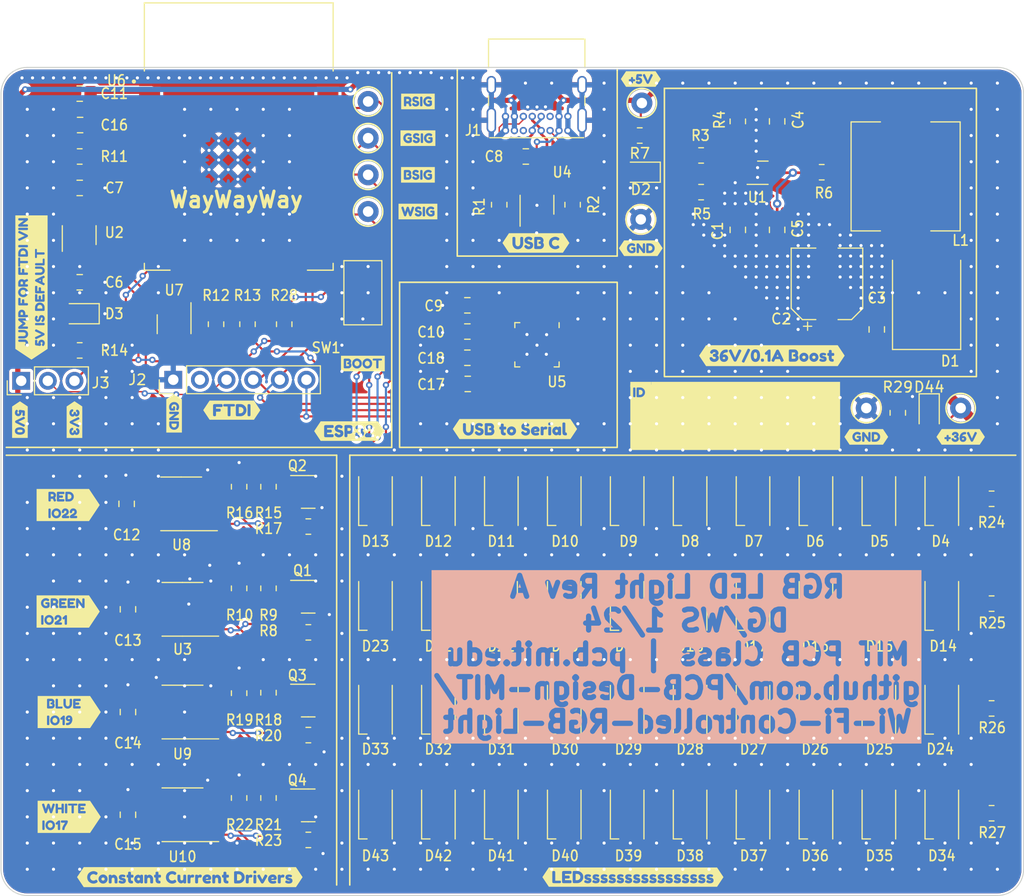
<source format=kicad_pcb>
(kicad_pcb (version 20221018) (generator pcbnew)
  (title_block (title "RGB LED Driver Demo Board") (date "2024-01-17") (rev "A02") (company "The Art and Science of PCB Design"))
  (layers (0 "F.Cu" signal) (31 "B.Cu" signal) (34 "B.Paste" user) (35 "F.Paste" user) (36 "B.SilkS" user "B.Silkscreen") (37 "F.SilkS" user "F.Silkscreen") (38 "B.Mask" user) (39 "F.Mask" user) (44 "Edge.Cuts" user))
  (net 0 "")
  (net 1 "Net-(C1-Pad1)")
  (net 2 "GND")
  (net 3 "+36V")
  (net 4 "+5V")
  (net 5 "Net-(U1-CTRL)")
  (net 6 "+3.3V")
  (net 7 "/Boost_Converter/SW")
  (net 8 "Net-(D2-A)")
  (net 9 "Net-(D3-A)")
  (net 10 "Net-(D4-K)")
  (net 11 "Net-(D4-A)")
  (net 12 "Net-(D5-K)")
  (net 13 "Net-(D6-K)")
  (net 14 "Net-(D7-K)")
  (net 15 "Net-(D8-K)")
  (net 16 "Net-(D10-A)")
  (net 17 "Net-(D10-K)")
  (net 18 "Net-(D11-K)")
  (net 19 "Net-(D12-K)")
  (net 20 "/LED Driver R/LED-")
  (net 21 "Net-(D14-K)")
  (net 22 "Net-(D14-A)")
  (net 23 "Net-(D15-K)")
  (net 24 "Net-(D16-K)")
  (net 25 "Net-(D17-K)")
  (net 26 "Net-(D18-K)")
  (net 27 "Net-(D19-K)")
  (net 28 "Net-(D20-K)")
  (net 29 "Net-(D21-K)")
  (net 30 "Net-(D22-K)")
  (net 31 "/LED Driver G/LED-")
  (net 32 "Net-(D24-K)")
  (net 33 "Net-(D24-A)")
  (net 34 "Net-(D25-K)")
  (net 35 "Net-(D26-K)")
  (net 36 "Net-(D27-K)")
  (net 37 "Net-(D28-K)")
  (net 38 "Net-(D29-K)")
  (net 39 "Net-(D30-K)")
  (net 40 "Net-(D31-K)")
  (net 41 "Net-(D32-K)")
  (net 42 "/LED Driver B/LED-")
  (net 43 "Net-(D34-K)")
  (net 44 "Net-(D34-A)")
  (net 45 "Net-(D35-K)")
  (net 46 "Net-(D36-K)")
  (net 47 "Net-(D37-K)")
  (net 48 "Net-(D38-K)")
  (net 49 "Net-(D39-K)")
  (net 50 "Net-(D40-K)")
  (net 51 "Net-(D41-K)")
  (net 52 "Net-(D42-K)")
  (net 53 "/LED Driver W/LED-")
  (net 54 "/USB_C/CC1")
  (net 55 "/USB_C/USB_IN_N")
  (net 56 "/USB_C/USB_IN_P")
  (net 58 "/USB_C/CC2")
  (net 61 "/ESP32/RX_CP2102_TX_ESP")
  (net 62 "/ESP32/TX_CP2102_RX_ESP")
  (net 63 "/ESP32/DTR")
  (net 64 "Net-(Q1-G)")
  (net 65 "/LED Driver G/Ifb")
  (net 66 "Net-(Q2-G)")
  (net 67 "/LED Driver R/Ifb")
  (net 68 "Net-(Q3-G)")
  (net 69 "/LED Driver B/Ifb")
  (net 70 "Net-(Q4-G)")
  (net 71 "/LED Driver W/Ifb")
  (net 72 "/Boost_Converter/FB")
  (net 73 "Net-(U1-COMP)")
  (net 74 "/LED Driver G/VSet_2V0")
  (net 75 "/GSig")
  (net 76 "/ESP32/RESETn")
  (net 77 "Net-(R12-Pad1)")
  (net 78 "/ESP32/RTS")
  (net 79 "Net-(R13-Pad2)")
  (net 80 "Net-(U6-IO12)")
  (net 81 "/LED Driver R/VSet_2V0")
  (net 82 "/RSig")
  (net 83 "/LED Driver B/VSet_2V0")
  (net 84 "/BSig")
  (net 85 "/LED Driver W/VSet_2V0")
  (net 86 "/WSig")
  (net 87 "/ESP32/GPIO0")
  (net 88 "Net-(U3B--)")
  (net 89 "/USB-Serial/USB_N")
  (net 90 "/USB-Serial/USB_P")
  (net 98 "+3V3")
  (net 126 "Net-(U8B--)")
  (net 127 "Net-(U9B--)")
  (net 128 "Net-(U10B--)")
  (net 129 "Net-(NT1-Pad2)")
  (net 130 "Net-(U5-VPP)")
  (net 133 "Net-(D44-K)")
  (net 134 "/ESP32/FTDI_VIN")
  (footprint "Connector_USB:USB_C_Receptacle_GCT_USB4085" (layer "F.Cu") (at 136.55 59.525 180)
    (fp_text reference "J1")
    (fp_text value "USB4085" hide)
  )
  (footprint "TestPoint:TestPoint_Keystone_5000-5004_Miniature" (layer "F.Cu") (at 165 86)
    (fp_text reference "TP4" hide)
    (fp_text value "5261 (Black)")
  )
  (footprint "Package_TO_SOT_SMD:SOT-23-6_Handsoldering" (layer "F.Cu") (at 133.6 66.6 90)
    (fp_text reference "U4")
    (fp_text value "USBLC6-2SC6" hide)
  )
  (footprint "Capacitor_SMD:C_0805_2012Metric_Pad1.18x1.45mm_HandSolder" (layer "F.Cu") (at 156.5 58.65 90)
    (fp_text reference "C4")
    (fp_text value "10uF" hide)
  )
  (footprint "Capacitor_SMD:C_0805_2012Metric_Pad1.18x1.45mm_HandSolder" (layer "F.Cu") (at 94.6 115 90)
    (fp_text reference "C14")
    (fp_text value "100nF" hide)
  )
  (footprint "LED_SMD:LED_PLCC-2_3.4x3.0mm_KA" (layer "F.Cu") (at 166.2 124.705 90)
    (fp_text reference "D35")
    (fp_text value "LED" hide)
  )
  (footprint "Package_TO_SOT_SMD:SOT-23" (layer "F.Cu") (at 111.7875 104)
    (fp_text reference "Q1")
    (fp_text value "AO3400A" hide)
  )
  (footprint "LED_SMD:LED_PLCC-2_3.4x3.0mm_KA" (layer "F.Cu") (at 172.2 124.705 90)
    (fp_text reference "D34")
    (fp_text value "LED" hide)
  )
  (footprint "Package_SO:SOIC-8_3.9x4.9mm_P1.27mm" (layer "F.Cu") (at 99.675 95.14 180)
    (fp_text reference "U8")
    (fp_text value "LM358" hide)
  )
  (footprint "LED_SMD:LED_PLCC-2_3.4x3.0mm_KA" (layer "F.Cu") (at 154.2 114.705 90)
    (fp_text reference "D27")
    (fp_text value "LED" hide)
  )
  (footprint "Resistor_SMD:R_0805_2012Metric_Pad1.20x1.40mm_HandSolder" (layer "F.Cu") (at 105.2 113.2 90)
    (fp_text reference "R19")
    (fp_text value "51K" hide)
  )
  (footprint "kibuzzard-65932378" (layer "F.Cu") (at 165 88.75)
    (fp_text reference "kibuzzard-65932378" hide)
    (fp_text value "G***" hide)
  )
  (footprint "kibuzzard-65932F0E" (layer "F.Cu") (at 89 125)
    (fp_text reference "kibuzzard-65932F0E" hide)
    (fp_text value "G***" hide)
  )
  (footprint "Resistor_SMD:R_0805_2012Metric_Pad1.20x1.40mm_HandSolder" (layer "F.Cu") (at 168.005 86.455 -90)
    (fp_text reference "R29")
    (fp_text value "300K")
  )
  (footprint "Capacitor_SMD:C_0805_2012Metric_Pad1.18x1.45mm_HandSolder" (layer "F.Cu") (at 126.9625 78.7 180)
    (fp_text reference "C10")
    (fp_text value "1uF" hide)
  )
  (footprint "LED_SMD:LED_PLCC-2_3.4x3.0mm_KA" (layer "F.Cu") (at 142.2 104.8 90)
    (fp_text reference "D19")
    (fp_text value "LED" hide)
  )
  (footprint "TestPoint:TestPoint_Keystone_5000-5004_Miniature" (layer "F.Cu") (at 174 86)
    (fp_text reference "TP2" hide)
    (fp_text value "5264 (Yellow)")
  )
  (footprint "kibuzzard-659323CF" (layer "F.Cu") (at 131.5 88)
    (fp_text reference "kibuzzard-659323CF" hide)
    (fp_text value "G***" hide)
  )
  (footprint "Capacitor_SMD:CP_Elec_6.3x5.8" (layer "F.Cu") (at 161.25 74.15 90)
    (fp_text reference "C2")
    (fp_text value "10uF/63V")
  )
  (footprint "kibuzzard-65932F14" (layer "F.Cu") (at 89 115)
    (fp_text reference "kibuzzard-65932F14" hide)
    (fp_text value "G***" hide)
  )
  (footprint "Resistor_SMD:R_0805_2012Metric_Pad1.20x1.40mm_HandSolder" (layer "F.Cu") (at 106 78 90)
    (fp_text reference "R13")
    (fp_text value "10K" hide)
  )
  (footprint "kibuzzard-65932378" (layer "F.Cu") (at 143.5 70.75)
    (fp_text reference "kibuzzard-65932378" hide)
    (fp_text value "G***" hide)
  )
  (footprint "kibuzzard-65943322" (layer "F.Cu") (at 84.3 87.1 -90)
    (fp_text reference "kibuzzard-65943322" hide)
    (fp_text value "G***" hide)
  )
  (footprint "Resistor_SMD:R_0805_2012Metric_Pad1.20x1.40mm_HandSolder" (layer "F.Cu") (at 137 66.6 -90)
    (fp_text reference "R2")
    (fp_text value "5.1K" hide)
  )
  (footprint "Resistor_SMD:R_0805_2012Metric_Pad1.20x1.40mm_HandSolder" (layer "F.Cu") (at 109.5 78 90)
    (fp_text reference "R28")
    (fp_text value "10K")
  )
  (footprint "kibuzzard-65932F1A" (layer "F.Cu") (at 88.9 105.41)
    (fp_text reference "kibuzzard-65932F1A" hide)
    (fp_text value "G***" hide)
  )
  (footprint "Resistor_SMD:R_0805_2012Metric_Pad1.20x1.40mm_HandSolder" (layer "F.Cu") (at 111.8 127.2)
    (fp_text reference "R23")
    (fp_text value "100R" hide)
  )
  (footprint "LED_SMD:LED_PLCC-2_3.4x3.0mm_KA" (layer "F.Cu") (at 148.2 104.8 90)
    (fp_text reference "D18")
    (fp_text value "LED" hide)
  )
  (footprint "Capacitor_SMD:C_0805_2012Metric_Pad1.18x1.45mm_HandSolder" (layer "F.Cu") (at 94.6 105.2 90)
    (fp_text reference "C13")
    (fp_text value "100nF" hide)
  )
  (footprint "Resistor_SMD:R_0805_2012Metric_Pad1.20x1.40mm_HandSolder" (layer "F.Cu") (at 176.95 124.655 180)
    (fp_text reference "R27")
    (fp_text value "0R" hide)
  )
  (footprint "LED_SMD:LED_PLCC-2_3.4x3.0mm_KA" (layer "F.Cu") (at 172.2 104.7994 90)
    (fp_text reference "D14")
    (fp_text value "LED" hide)
  )
  (footprint "Capacitor_SMD:C_0805_2012Metric_Pad1.18x1.45mm_HandSolder" (layer "F.Cu") (at 166 78.5 90)
    (fp_text reference "C3")
    (fp_text value "4.7uF" hide)
  )
  (footprint "LED_SMD:LED_PLCC-2_3.4x3.0mm_KA" (layer "F.Cu") (at 160.2 94.8 90)
    (fp_text reference "D6")
    (fp_text value "LED" hide)
  )
  (footprint "Capacitor_SMD:C_0805_2012Metric_Pad1.18x1.45mm_HandSolder" (layer "F.Cu") (at 152.75 69 -90)
    (fp_text reference "C1")
    (fp_text value "15nF" hide)
  )
  (footprint "Capacitor_SMD:C_0805_2012Metric_Pad1.18x1.45mm_HandSolder" (layer "F.Cu") (at 90 65)
    (fp_text reference "C7")
    (fp_text value "22uF" hide)
  )
  (footprint "Package_DFN_QFN:QFN-24-1EP_4x4mm_P0.5mm_EP2.6x2.6mm" (layer "F.Cu") (at 133.6 79.9625 -90)
    (fp_text reference "U5")
    (fp_text value "CP2102N-A02-GQFN24" hide)
  )
  (footprint "Capacitor_SMD:C_0805_2012Metric_Pad1.18x1.45mm_HandSolder" (layer "F.Cu") (at 90.0375 59 180)
    (fp_text reference "C16")
    (fp_text value "1uF")
  )
  (footprint "TestPoint:TestPoint_Keystone_5000-5004_Miniature" (layer "F.Cu") (at 143.5 68)
    (fp_text reference "TP3" hide)
    (fp_text value "5261 (Black)")
  )
  (footprint "LED_SMD:LED_PLCC-2_3.4x3.0mm_KA" (layer "F.Cu") (at 154.2 124.705 90)
    (fp_text reference "D37")
    (fp_text value "LED" hide)
  )
  (footprint "LED_SMD:LED_PLCC-2_3.4x3.0mm_KA" (layer "F.Cu") (at 124.2 114.705 90)
    (fp_text reference "D32")
    (fp_text value "LED" hide)
  )
  (footprint "LED_SMD:LED_PLCC-2_3.4x3.0mm_KA" (layer "F.Cu") (at 160.2 124.705 90)
    (fp_text reference "D36")
    (fp_text value "LED" hide)
  )
  (footprint "kibuzzard-65932F21" (layer "F.Cu") (at 88.9 95.25)
    (fp_text reference "kibuzzard-65932F21" hide)
    (fp_text value "G***" hide)
  )
  (footprint "Diode_SMD:D_SMC" (layer "F.Cu") (at 170.75 75.5 90)
    (fp_text reference "D1")
    (fp_text value "SS36" hide)
  )
  (footprint "Resistor_SMD:R_0805_2012Metric_Pad1.20x1.40mm_HandSolder" (layer "F.Cu") (at 176.95 114.655 180)
    (fp_text reference "R26")
    (fp_text value "0R" hide)
  )
  (footprint "LED_SMD:LED_PLCC-2_3.4x3.0mm_KA" (layer "F.Cu") (at 118.2 124.705 90)
    (fp_text reference "D43")
    (fp_text value "LED" hide)
  )
  (footprint "Resistor_SMD:R_0805_2012Metric_Pad1.20x1.40mm_HandSolder" (layer "F.Cu") (at 149.25 61.9 180)
    (fp_text reference "R3")
    (fp_text value "270K" hide)
  )
  (footprint "Connector_PinHeader_2.54mm:PinHeader_1x06_P2.54mm_Vertical" (layer "F.Cu") (at 98.92 83.3 90)
    (fp_text reference "J2")
    (fp_text value "Conn_01x06_Pin")
  )
  (footprint "Package_TO_SOT_SMD:SOT-23" (layer "F.Cu") (at 111.7875 123.905)
    (fp_text reference "Q4")
    (fp_text value "AO3400A" hide)
  )
  (footprint "Resistor_SMD:R_0805_2012Metric_Pad1.20x1.40mm_HandSolder" (layer "F.Cu") (at 103 78 90)
    (fp_text reference "R12")
    (fp_text value "10K" hide)
  )
  (footprint "LED_SMD:LED_PLCC-2_3.4x3.0mm_KA" (layer "F.Cu") (at 172.2 114.705 90)
    (fp_text reference "D24")
    (fp_text value "LED" hide)
  )
  (footprint "Resistor_SMD:R_0805_2012Metric_Pad1.20x1.40mm_HandSolder" (layer "F.Cu") (at 160.75 63.5)
    (fp_text reference "R6")
    (fp_text value "1M" hide)
  )
  (footprint "Resistor_SMD:R_0805_2012Metric_Pad1.20x1.40mm_HandSolder" (layer "F.Cu") (at 111.8 107.4)
    (fp_text reference "R8")
    (fp_text value "100R" hide)
  )
  (footprint "Resistor_SMD:R_0805_2012Metric_Pad1.20x1.40mm_HandSolder" (layer "F.Cu") (at 108 93.505 -90)
    (fp_text reference "R15")
    (fp_text value "33K" hide)
  )
  (footprint "kibuzzard-65932266" (layer "F.Cu") (at 143.5 54.61)
    (fp_text reference "kibuzzard-65932266" hide)
    (fp_text value "G***" hide)
  )
  (footprint "LED_SMD:LED_PLCC-2_3.4x3.0mm_KA" (layer "F.Cu") (at 130.2 124.705 90)
    (fp_text reference "D41")
    (fp_text value "LED" hide)
  )
  (footprint "NetTie:NetTie-2_SMD_Pad0.5mm" (layer "F.Cu") (at 169.4 84 180)
    (fp_text reference "NT1" hide)
    (fp_text value "Nettie" hide)
  )
  (footprint "rgb_led_driver_footprints:ESP32" (layer "F.Cu") (at 105.165 60.095)
    (fp_text reference "U6")
    (fp_text value "ESP32-WROOM-32")
  )
  (footprint "Resistor_SMD:R_0805_2012Metric_Pad1.20x1.40mm_HandSolder" (layer "F.Cu") (at 176.95 94.655 180)
    (fp_text reference "R24")
    (fp_text value "0R" hide)
  )
  (footprint "Resistor_SMD:R_0805_2012Metric_Pad1.20x1.40mm_HandSolder" (layer "F.Cu") (at 176.95 104.655 180)
    (fp_text reference "R25")
    (fp_text value "0R" hide)
  )
  (footprint "LED_SMD:LED_PLCC-2_3.4x3.0mm_KA" (layer "F.Cu") (at 124.2 94.8 90)
    (fp_text reference "D12")
    (fp_text value "LED" hide)
  )
  (footprint "Capacitor_SMD:C_0805_2012Metric_Pad1.18x1.45mm_HandSolder" (layer "F.Cu") (at 132.5375 62 180)
    (fp_text reference "C8")
    (fp_text value "100nF" hide)
  )
  (footprint "Package_TO_SOT_SMD:SOT-23" (layer "F.Cu") (at 111.7875 113.905)
    (fp_text reference "Q3")
    (fp_text value "AO3400A" hide)
  )
  (footprint "LED_SMD:LED_PLCC-2_3.4x3.0mm_KA" (layer "F.Cu") (at 154.2 94.8 90)
    (fp_text reference "D7")
    (fp_text value "LED" hide)
  )
  (footprint "Resistor_SMD:R_0805_2012Metric_Pad1.20x1.40mm_HandSolder" (layer "F.Cu") (at 105.2 123.2 90)
    (fp_text reference "R22")
    (fp_text value "51K" hide)
  )
  (footprint "TestPoint:TestPoint_Keystone_5000-5004_Miniature" (layer "F.Cu") (at 143.6 56.9)
    (fp_text reference "TP1" hide)
    (fp_text value "5260 (Red)")
  )
  (footprint "Package_TO_SOT_SMD:SOT-23-6_Handsoldering" (layer "F.Cu") (at 99 78 -90)
    (fp_text reference "U7")
    (fp_text value "CMXT3904" hide)
  )
  (footprint "Connector_PinHeader_2.54mm:PinHeader_1x03_P2.54mm_Vertical" (layer "F.Cu") (at 84.420001 83.4 90)
    (fp_text reference "J3")
    (fp_text value "Conn_01x03_Pin")
  )
  (footprint "LED_SMD:LED_PLCC-2_3.4x3.0mm_KA" (layer "F.Cu") (at 166.2 104.8 90)
    (fp_text reference "D15")
    (fp_text value "LED" hide)
  )
  (footprint "LED_SMD:LED_PLCC-2_3.4x3.0mm_KA" (layer "F.Cu") (at 160.2 104.8 90)
    (fp_text reference "D16")
    (fp_text value "LED" hide)
  )
  (footprint "kibuzzard-659325DE" (layer "F.Cu") (at 142.75 130.75)
    (fp_text reference "kibuzzard-659325DE" hide)
    (fp_text value "G***" hide)
  )
  (footprint "Package_SO:SOIC-8_3.9x4.9mm_P1.27mm" (layer "F.Cu") (at 99.8 105.2 180)
    (fp_text reference "U3")
    (fp_text value "LM358" hide)
  )
  (footprint "LED_SMD:LED_PLCC-2_3.4x3.0mm_KA" (layer "F.Cu") (at 124.2 124.705 90)
    (fp_text reference "D42")
    (fp_text value "LED" hide)
  )
  (footprint "kibuzzard-659324E3" (layer "F.Cu") (at 117 81.75)
    (fp_text reference "kibuzzard-659324E3" hide)
    (fp_text value "G***" hide)
  )
  (footprint "LED_SMD:LED_PLCC-2_3.4x3.0mm_KA" (layer "F.Cu") (at 148.2 124.705 90)
    (fp_text reference "D38")
    (fp_text value "LED" hide)
  )
  (footprint "Package_SON:WSON-6-1EP_2x2mm_P0.65mm_EP1x1.6mm" (layer "F.Cu") (at 154.6375 63.55)
    (fp_text reference "U1")
    (fp_text value "TPS61170DRVR" hide)
  )
  (footprint "LED_SMD:LED_PLCC-2_3.4x3.0mm_KA" (layer "F.Cu") (at 136.2 124.705 90)
    (fp_text reference "D40")
    (fp_text value "LED" hide)
  )
  (footprint "Capacitor_SMD:C_0805_2012Metric_Pad1.18x1.45mm_HandSolder" (layer "F.Cu") (at 156.5 69 -90)
    (fp_text reference "C5")
    (fp_text value "1uF" hide)
  )
  (footprint "LED_SMD:LED_PLCC-2_3.4x3.0mm_KA" (layer "F.Cu") (at 118.2 94.8 90)
    (fp_text reference "D13")
    (fp_text value "LED" hide)
  )
  (footprint "Resistor_SMD:R_0805_2012Metric_Pad1.20x1.40mm_HandSolder" (layer "F.Cu") (at 108 113.155 -90)
    (fp_text reference "R18")
    (fp_text value "33K" hide)
  )
  (footprint "Resistor_SMD:R_0805_2012Metric_Pad1.20x1.40mm_HandSolder" (layer "F.Cu") (at 105.2 93.505 90)
    (fp_text reference "R16")
    (fp_text value "51K" hide)
  )
  (footprint "Resistor_SMD:R_0805_2012Metric_Pad1.20x1.40mm_HandSolder" (layer "F.Cu") (at 90 62)
    (fp_text reference "R11")
    (fp_text value "51K" hide)
  )
  (footprint "kibuzzard-6593379A" (layer "F.Cu") (at 147.5 84.5)
    (fp_text reference "kibuzzard-6593379A" hide)
    (fp_text value "G***" hide)
  )
  (footprint "LED_SMD:LED_PLCC-2_3.4x3.0mm_KA" (layer "F.Cu") (at 124.2 104.8 90)
    (fp_text reference "D22")
    (fp_text value "LED" hide)
  )
  (footprint "LED_SMD:LED_PLCC-2_3.4x3.0mm_KA" (layer "F.Cu") (at 136.2 114.705 90)
    (fp_text reference "D30")
    (fp_text value "LED" hide)
  )
  (footprint "LED_SMD:LED_PLCC-2_3.4x3.0mm_KA" (layer "F.Cu") (at 172.2 94.8 90)
    (fp_text reference "D4")
    (fp_text value "LED" hide)
  )
  (footprint "kibuzzard-65932B54" (layer "F.Cu") (at 122.25 60.25)
    (fp_text reference "kibuzzard-65932B54" hide)
    (fp_text value "G***" hide)
  )
  (footprint "kibuzzard-65932443" (layer "F.Cu") (at 156 81)
    (fp_text reference "kibuzzard-65932443" hide)
    (fp_text value "G***" hide)
  )
  (footprint "LED_SMD:LED_PLCC-2_3.4x3.0mm_KA" (layer "F.Cu") (at 118.2 114.705 90)
    (fp_text reference "D33")
    (fp_text value "LED" hide)
  )
  (footprint "Capacitor_SMD:C_0805_2012Metric_Pad1.18x1.45mm_HandSolder" (layer "F.Cu") (at 94.6 124.8 90)
    (fp_text reference "C15")
    (fp_text value "100nF" hide)
  )
  (footprint "LED_SMD:LED_PLCC-2_3.4x3.0mm_KA" (layer "F.Cu") (at 142.2 124.705 90)
    (fp_text reference "D39")
    (fp_text value "LED" hide)
  )
  (footprint "kibuzzard-65932B4E" (layer "F.Cu") (at 122.25 63.75)
    (fp_text reference "kibuzzard-65932B4E" hide)
    (fp_text value "G***" hide)
  )
  (footprint "kibuzzard-659433EE" (layer "F.Cu") (at 85.4 74.5 90)
    (fp_text reference "kibuzzard-659433EE" hide)
    (fp_text value "G***" hide)
  )
  (footprint "LED_SMD:LED_PLCC-2_3.4x3.0mm_KA" (layer "F.Cu") (at 130.2 114.705 90)
    (fp_text reference "D31")
    (fp_text value "LED" hide)
  )
  (footprint "LED_SMD:LED_PLCC-2_3.4x3.0mm_KA" (layer "F.Cu") (at 136.2 94.8 90)
    (fp_text reference "D10")
    (fp_text value "LED" hide)
  )
  (footprint "Capacitor_SMD:C_0805_2012Metric_Pad1.18x1.45mm_HandSolder" (layer "F.Cu") (at 90 74)
    (fp_text reference "C6")
    (fp_text value "22uF" hide)
  )
  (footprint "Resistor_SMD:R_0805_2012Metric_Pad1.20x1.40mm_HandSolder" (layer "F.Cu") (at 143.4 60)
    (fp_text reference "R7")
    (fp_text value "2K")
  )
  (footprint "kibuzzard-6592DDED" (layer "F.Cu") (at 133.5 70.25)
    (fp_text reference "kibuzzard-6592DDED" hide)
    (fp_text value "G***" hide)
  )
  (footprint "LED_SMD:LED_PLCC-2_3.4x3.0mm_KA" (layer "F.Cu") (at 148.2 114.705 90)
    (fp_text reference "D28")
    (fp_text value "LED" hide)
  )
  (footprint "TestPoint:TestPoint_Keystone_5000-5004_Miniature" (layer "F.Cu") (at 117.5 63.75)
    (fp_text reference "TP7" hide)
    (fp_text value "5269 (Purple)")
  )
  (footprint "kibuzzard-6594332E" (layer "F.Cu") (at 89.5 87.1 -90)
    (fp_text reference "kibuzzard-6594332E" hide)
    (fp_text value "G***" hide)
  )
  (footprint "Resistor_SMD:R_0805_2012Metric_Pad1.20x1.40mm_HandSolder" (layer "F.Cu") (at 111.8 97.305)
    (fp_text reference "R17")
    (fp_text value "100R" hide)
  )
  (footprint "LED_SMD:LED_PLCC-2_3.4x3.0mm_KA" (layer "F.Cu") (at 142.2 114.705 90)
    (fp_text reference "D29")
    (fp_text value "LED" hide)
  )
  (footprint "Capacitor_SMD:C_0805_2012Metric_Pad1.18x1.45mm_HandSolder" (layer "F.Cu") (at 126.9625 76.2 180)
    (fp_text reference "C9")
    (fp_text value "100nF" hide)
  )
  (footprint "Package_TO_SOT_SMD:SOT-23" (layer "F.Cu") (at 111.7875 94)
    (fp_text reference "Q2")
    (fp_text value "AO3400A" hide)
  )
  (footprint "LED_SMD:LED_PLCC-2_3.4x3.0mm_KA" (layer "F.Cu") (at 142.2 94.8 90)
    (fp_text reference "D9")
    (fp_text value "LED" hide)
  )
  (footprint "LED_SMD:LED_0805_2012Metric_Pad1.15x1.40mm_HandSolder" (layer "F.Cu") (at 171 86.5 -90)
    (fp_text reference "D44")
    (fp_text value "RED LED")
  )
  (footprint "LED_SMD:LED_PLCC-2_3.4x3.0mm_KA" (layer "F.Cu") (at 118.2 104.8 90)
    (fp_text reference "D23")
    (fp_text value "LED" hide)
  )
  (footprint "Resistor_SMD:R_0805_2012Metric_Pad1.20x1.40mm_HandSolder" (layer "F.Cu") (at 149.25 65.4 180)
    (fp_text reference "R5")
    (fp_text value "86.6K" hide)
  )
  (footprint "Button_Switch_SMD:SW_SPST_FSMSM" (layer "F.Cu") (at 117 75 -90)
    (fp_text reference "SW1")
    (fp_text value "BOOT")
  )
  (footprint "Capacitor_SMD:C_0805_2012Metric_Pad1.18x1.45mm_HandSolder" (layer "F.Cu") (at 126.9625 81.2 180)
    (fp_text reference "C18")
    (fp_text value "1uF")
  )
  (footprint "LED_SMD:LED_0805_2012Metric_Pad1.15x1.40mm_HandSolder" (layer "F.Cu") (at 143.5 63.5 180)
    (fp_text reference "D2")
    (fp_text value "RED LED")
  )
  (footprint "kibuzzard-65932491" (layer "F.Cu") (at 99 86.5 -90)
    (fp_text reference "kibuzzard-65932491" hide)
    (fp_text value "G***" hide)
  )
  (footprint "TestPoint:TestPoint_Keystone_5000-5004_Miniature" (layer "F.Cu") (at 117.5 67.25)
    (fp_text reference "TP8" hide)
    (fp_text value "5269 (Purple)")
  )
  (footprint "LED_SMD:LED_PLCC-2_3.4x3.0mm_KA" (layer "F.Cu") (at 130.1304 104.8 90)
    (fp_text reference "D21")
    (fp_text value "LED" hide)
  )
  (footprint "TestPoint:TestPoint_Keystone_5000-5004_Miniature" (layer "F.Cu") (at 117.5 56.75)
    (fp_text reference "TP5" hide)
    (fp_text value "5269 (Purple)")
  )
  (footprint "LED_SMD:LED_PLCC-2_3.4x3.0mm_KA" (layer "F.Cu") (at 130.2 94.8 90)
    (fp_text reference "D11")
    (fp_text value "LED" hide)
  )
  (footprint "Package_SO:SOIC-8_3.9x4.9mm_P1.27mm" (layer "F.Cu") (at 99.8 115 180)
    (fp_text reference "U9")
    (fp_text value "LM358" hide)
  )
  (footprint "LED_SMD:LED_PLCC-2_3.4x3.0mm_KA" (layer "F.Cu") (at 154.2 104.8 90)
    (fp_text reference "D17")
    (fp_text value "LED" hide)
  )
  (footprint "LED_SMD:LED_PLCC-2_3.4x3.0mm_KA" (layer "F.Cu") (at 160.2 114.705 90)
    (fp_text reference "D26")
    (fp_text value "LED" hide)
  )
  (footprint "Resistor_SMD:R_0805_2012Metric_Pad1.20x1.40mm_HandSolder" (layer "F.Cu") (at 90 80.5 180)
    (fp_text reference "R14")
    (fp_text value "2K" hide)
  )
  (footprint "Inductor_SMD:L_Wuerth_HCI-1040" (layer "F.Cu") (at 168.75 63.9 -90)
    (fp_text reference "L1")
    (fp_text value "22uH" hide)
  )
  (footprint "kibuzzard-65932434" (layer "F.Cu") (at 104.5 86.2)
    (fp_text reference "kibuzzard-65932434" hide)
    (fp_text value "G***" hide)
  )
  (footprint "Resistor_SMD:R_0805_2012Metric_Pad1.20x1.40mm_HandSolder" (layer "F.Cu") (at 105.2 103.2 90)
    (fp_text reference "R10")
    (fp_text value "51K" hide)
  )
  (footprint "kibuzzard-65932806" (layer "F.Cu") (at 100.5 130.75)
    (fp_text reference "kibuzzard-65932806" hide)
    (fp_text value "G***" hide)
  )
  (footprint "Capacitor_SMD:C_0805_2012Metric_Pad1.18x1.45mm_HandSolder" (layer "F.Cu") (at 94.475 95.14 90)
    (fp_text reference "C12")
    (fp_text value "100nF" hide)
  )
  (footprint "Package_TO_SOT_SMD:SOT-23-5_HandSoldering" (layer "F.Cu") (at 89.95 69.5 90)
    (fp_text reference "U2")
    (fp_text value "AP2112K-3.3TRG1" hide)
  )
  (footprint "Package_SO:SOIC-8_3.9x4.9mm_P1.27mm" (layer "F.Cu") (at 99.8 124.8 180)
    (fp_text reference "U10")
    (fp_text value "LM358" hide)
  )
  (footprint "kibuzzard-65932B20" (layer "F.Cu") (at 122.25 56.75)
    (fp_text reference "kibuzzard-65932B20" hide)
    (fp_text value "G***" hide)
  )
  (footprint "LED_SMD:LED_PLCC-2_3.4x3.0mm_KA" (layer "F.Cu") (at 166.2 114.705 90)
    (fp_text reference "D25")
    (fp_text value "LED" hide)
  )
  (footprint "Resistor_SMD:R_0805_2012Metric_Pad1.20x1.40mm_HandSolder" (layer "F.Cu") (at 111.8 117.2)
    (fp_text reference "R20")
    (fp_text value "100R" hide)
  )
  (footprint "Resistor_SMD:R_0805_2012Metric_Pad1.20x1.40mm_HandSolder" (layer "F.Cu") (at 108 123.2 -90)
    (fp_text reference "R21")
    (fp_text value "33K" hide)
  )
  (footprint "kibuzzard-65932B45" (layer "F.Cu") (at 122.25 67.25)
    (fp_text reference "kibuzzard-65932B45" hide)
    (fp_text value "G***" hide)
  )
  (footprint "kibuzzard-6593238E" (layer "F.Cu") (at 174 88.75)
    (fp_text reference "kibuzzard-6593238E" hide)
    (fp_text value "G***" hide)
  )
  (footprint "LED_SMD:LED_PLCC-2_3.4x3.0mm_KA" (layer "F.Cu") (at 148.2 94.8 90)
    (fp_text reference "D8")
    (fp_text value "LED" hide)
  )
  (footprint "LED_SMD:LED_0805_2012Metric_Pad1.15x1.40mm_HandSolder" (layer "F.Cu") (at 90 77 180)
    (fp_text reference "D3")
    (fp_text value "RED LED" hide)
  )
  (footprint "LED_SMD:LED_PLCC-2_3.4x3.0mm_KA" (layer "F.Cu") (at 136.2 104.8 90)
    (fp_text reference "D20")
    (fp_text value "LED" hide)
  )
  (footprint "TestPoint:TestPoint_Keystone_5000-5004_Miniature" (layer "F.Cu") (at 117.5 60.25)
    (fp_text reference "TP6" hide)
    (fp_text value "5269 (Purple)")
  )
  (footprint "Resistor_SMD:R_0805_2012Metric_Pad1.20x1.40mm_HandSolder" (layer "F.Cu") (at 130 66.6 -90)
    (fp_text reference "R1")
    (fp_text value "5.1K" hide)
  )
  (footprint "Resistor_SMD:R_0805_2012Metric_Pad1.20x1.40mm_HandSolder" (layer "F.Cu") (at 152.75 58.65 90)
    (fp_text reference "R4")
    (fp_text value "10K" hide)
  )
  (footprint "Capacitor_SMD:C_0805_2012Metric_Pad1.18x1.45mm_HandSolder" (layer "F.Cu") (at 90 56 180)
    (fp_text reference "C11")
    (fp_text value "1uF" hide)
  )
  (footprint "Resistor_SMD:R_0805_2012Metric_Pad1.20x1.40mm_HandSolder" (layer "F.Cu") (at 108 103.2 -90)
    (fp_text reference "R9")
    (fp_text value "33K" hide)
  )
  (footprint "kibuzzard-6594327C" (layer "F.Cu") (at 115.7 88.2)
    (fp_text reference "kibuzzard-6594327C" hide)
    (fp_text value "G***" hide)
  )
  (footprint "Capacitor_SMD:C_0805_2012Metric_Pad1.18x1.45mm_HandSolder" (layer "F.Cu") (at 127 83.7 180)
    (fp_text reference "C17")
    (fp_text value "4.7uF")
  )
  (footprint "LED_SMD:LED_PLCC-2_3.4x3.0mm_KA" (layer "F.Cu") (at 166.2 94.8 90)
    (fp_text reference "D5")
    (fp_text value "LED" hide)
  )
  (gr_line (start 114.5 90.5) (end 83 90.5) (stroke (width 0.15)) (layer "F.SilkS"))
  (gr_rect (start 144.5 83.5) (end 162.5 89) (fill solid) (layer "F.SilkS"))
  (gr_line (start 141.25 71.5) (end 141.25 53.75) (stroke (width 0.15)) (layer "F.SilkS"))
  (gr_rect (start 120.5 74) (end 141.25 89.75) (stroke (width 0.15)) (fill none) (layer "F.SilkS"))
  (gr_line (start 114.5 131.5) (end 114.5 90.5) (stroke (width 0.15)) (layer "F.SilkS"))
  (gr_line (start 126 53.75) (end 126 71.5) (stroke (width 0.15)) (layer "F.SilkS"))
  (gr_line (start 119.75 89.75) (end 119.75 54) (stroke (width 0.15)) (layer "F.SilkS"))
  (gr_line (start 115.75 90.5) (end 179.25 90.5) (stroke (width 0.15)) (layer "F.SilkS"))
  (gr_line (start 119.75 89.75) (end 83 89.75) (stroke (width 0.15)) (layer "F.SilkS"))
  (gr_rect (start 142.5 83.5) (end 144.5 84) (fill solid) (layer "F.SilkS"))
  (gr_line (start 115.75 131.5) (end 115.75 90.5) (stroke (width 0.15)) (layer "F.SilkS"))
  (gr_line (start 126 71.5) (end 141.25 71.5) (stroke (width 0.15)) (layer "F.SilkS"))
  (gr_rect (start 145.75 55.5) (end 175.5 83) (stroke (width 0.15)) (fill none) (layer "F.SilkS"))
  (gr_rect (start 142.5 85) (end 162.5 90) (fill solid) (layer "F.SilkS"))
  (gr_arc (start 85 132.5) (mid 83.232233 131.767767) (end 82.5 130) (stroke (width 0.1)) (layer "Edge.Cuts"))
  (gr_arc (start 177.5 53.5) (mid 179.267767 54.232233) (end 180 56) (stroke (width 0.1)) (layer "Edge.Cuts"))
  (gr_line (start 177.5 132.5) (end 85 132.5) (stroke (width 0.1)) (layer "Edge.Cuts"))
  (gr_line (start 85 53.5) (end 177.5 53.5) (stroke (width 0.1)) (layer "Edge.Cuts"))
  (gr_arc (start 180 130) (mid 179.267767 131.767767) (end 177.5 132.5) (stroke (width 0.1)) (layer "Edge.Cuts"))
  (gr_arc (start 82.5 56) (mid 83.232233 54.232233) (end 85 53.5) (stroke (width 0.1)) (layer "Edge.Cuts"))
  (gr_line (start 82.5 130) (end 82.5 56) (stroke (width 0.1)) (layer "Edge.Cuts"))
  (gr_line (start 180 56) (end 180 130) (stroke (width 0.1)) (layer "Edge.Cuts"))
  (gr_text "RGB LED Light Rev A\nDG/WS 1/24 \nMIT PCB Class | pcb.mit.edu\ngithub.com/PCB-Design-MIT/\nWi-Fi-Controlled-RGB-Light" (at 147 109.5) (layer "B.SilkS" knockout) (effects (font (size 2 2) (thickness 0.5) bold) (justify mirror)))
  (gr_text "WayWayWay" (at 98.4 67) (layer "F.SilkS") (effects (font (size 1.5 1.5) (thickness 0.3) bold) (justify left bottom)))
  (segment (start 148.25 65.4) (end 150.8125 67.9625) (width 0.25) (layer "F.Cu") (net 1))
  (segment (start 150.8125 67.9625) (end 152.75 67.9625) (width 0.25) (layer "F.Cu") (net 1))
  (segment (start 134.35 78.025) (end 134.35 78.827561) (width 0.2032) (layer "F.Cu") (net 2))
  (segment (start 134.35 79.2125) (end 133.6 79.9625) (width 0.2032) (layer "F.Cu") (net 2))
  (segment (start 134.35 77.25) (end 135.2 76.4) (width 0.2032) (layer "F.Cu") (net 2))
  (segment (start 134.35 79.161831) (end 134.35 79.2125) (width 0.2032) (layer "F.Cu") (net 2))
  (segment (start 134.517135 78.994696) (end 134.35 79.161831) (width 0.2032) (layer "F.Cu") (net 2))
  (segment (start 134.35 78.827561) (end 134.517135 78.994696) (width 0.2032) (layer "F.Cu") (net 2))
  (segment (start 134.35 78.025) (end 134.35 77.25) (width 0.2032) (layer "F.Cu") (net 2))
  (via (at 107.5 70) (size 0.6) (drill 0.3) (layers "F.Cu" "B.Cu") (net 2))
  (via (at 124.6 78.8) (size 0.6) (drill 0.3) (layers "F.Cu" "B.Cu") (net 2))
  (via (at 123.5 54) (size 0.6) (drill 0.3) (layers "F.Cu" "B.Cu") (net 2))
  (via (at 110 130) (size 0.6) (drill 0.3) (layers "F.Cu" "B.Cu") (net 2))
  (via (at 122.5 90) (size 0.6) (drill 0.3) (layers "F.Cu" "B.Cu") (net 2))
  (via (at 170 127.5) (size 0.6) (drill 0.3) (layers "F.Cu" "B.Cu") (net 2))
  (via (at 130 87.5) (size 0.6) (drill 0.3) (layers "F.Cu" "B.Cu") (net 2))
  (via (at 155.5 71.5) (size 0.6) (drill 0.3) (layers "F.Cu" "B.Cu") (net 2))
  (via (at 87.5 117.5) (size 0.6) (drill 0.3) (layers "F.Cu" "B.Cu") (net 2))
  (via (at 108.5 54.5) (size 0.6) (drill 0.3) (layers "F.Cu" "B.Cu") (net 2))
  (via (at 87.5 77.5) (size 0.6) (drill 0.3) (layers "F.Cu" "B.Cu") (net 2))
  (via (at 162.5 100) (size 0.6) (drill 0.3) (layers "F.Cu" "B.Cu") (net 2))
  (via (at 160 55) (size 0.6) (drill 0.3) (layers "F.Cu" "B.Cu") (net 2))
  (via (at 85 75) (size 0.6) (drill 0.3) (layers "F.Cu" "B.Cu") (net 2))
  (via (at 145 72.5) (size 0.6) (drill 0.3) (layers "F.Cu" "B.Cu") (net 2))
  (via (at 137.5 75) (size 0.6) (drill 0.3) (layers "F.Cu" "B.Cu") (net 2))
  (via (at 130 120) (size 0.6) (drill 0.3) (layers "F.Cu" "B.Cu") (net 2))
  (via (at 100 110) (size 0.6) (drill 0.3) (layers "F.Cu" "B.Cu") (net 2))
  (via (at 132.5 55) (size 0.6) (drill 0.3) (layers "F.Cu" "B.Cu") (net 2))
  (via (at 152.5 85) (size 0.6) (drill 0.3) (layers "F.Cu" "B.Cu") (net 2))
  (via (at 117.5 72.5) (size 0.6) (drill 0.3) (layers "F.Cu" "B.Cu") (net 2))
  (via (at 147.5 120) (size 0.6) (drill 0.3) (layers "F.Cu" "B.Cu") (net 2))
  (via (at 87.5 112.5) (size 0.6) (drill 0.3) (layers "F.Cu" "B.Cu") (net 2))
  (via (at 152.5 55) (size 0.6) (drill 0.3) (layers "F.Cu" "B.Cu") (net 2))
  (via (at 112.5 100) (size 0.6) (drill 0.3) (layers "F.Cu" "B.Cu") (net 2))
  (via (at 100 62.5) (size 0.6) (drill 0.3) (layers "F.Cu" "B.Cu") (net 2))
  (via (at 158.5 73.5) (size 0.6) (drill 0.3) (layers "F.Cu" "B.Cu") (net 2))
  (via (at 130 130) (size 0.6) (drill 0.3) (layers "F.Cu" "B.Cu") (net 2))
  (via (at 125 130) (size 0.6) (drill 0.3) (layers "F.Cu" "B.Cu") (net 2))
  (via (at 92.5 117.5) (size 0.6) (drill 0.3) (layers "F.Cu" "B.Cu") (net 2))
  (via (at 90 122.5) (size 0.6) (drill 0.3) (layers "F.Cu" "B.Cu") (net 2))
  (via (at 105.2 100.8) (size 0.6) (drill 0.3) (layers "F.Cu" "B.Cu") (net 2))
  (via (at 85 130) (size 0.6) (drill 0.3) (layers "F.Cu" "B.Cu") (net 2))
  (via (at 167.5 90) (size 0.6) (drill 0.3) (layers "F.Cu" "B.Cu") (net 2))
  (via (at 132.5 97.5) (size 0.6) (drill 0.3) (layers "F.Cu" "B.Cu") (net 2))
  (via (at 132.5 100) (size 0.6) (drill 0.3) (layers "F.Cu" "B.Cu") (net 2))
  (via (at 152.5 87.5) (size 0.6) (drill 0.3) (layers "F.Cu" "B.Cu") (net 2))
  (via (at 132.5 117.5) (size 0.6) (drill 0.3) (layers "F.Cu" "B.Cu") (net 2))
  (via (at 120 110) (size 0.6) (drill 0.3) (layers "F.Cu" "B.Cu") (net 2))
  (via (at 163.5 69.5) (size 0.6) (drill 0.3) (layers "F.Cu" "B.Cu") (net 2))
  (via (at 151.5 69.5) (size 0.6) (drill 0.3) (layers "F.Cu" "B.Cu") (net 2))
  (via (at 163.5 73.5) (size 0.6) (drill 0.3) (layers "F.Cu" "B.Cu") (net 2))
  (via (at 170 120) (size 0.6) (drill 0.3) (layers "F.Cu" "B.Cu") (net 2))
  (via (at 90 110) (size 0.6) (drill 0.3) (layers "F.Cu" "B.Cu") (net 2))
  (via (at 150 75) (size 0.6) (drill 0.3) (layers "F.Cu" "B.Cu") (net 2))
  (via (at 142.5 72.5) (size 0.6) (drill 0.3) (layers "F.Cu" "B.Cu") (net 2))
  (via (at 145 90) (size 0.6) (drill 0.3) (layers "F.Cu" "B.Cu") (net 2))
  (via (at 157.5 71.5) (size 0.6) (drill 0.3) (layers "F.Cu" "B.Cu") (net 2))
  (via (at 92.5 85) (size 0.6) (drill 0.3) (layers "F.Cu" "B.Cu") (net 2))
  (via (at 85 110) (size 0.6) (drill 0.3) (layers "F.Cu" "B.Cu") (net 2))
  (via (at 88.5 54.5) (size 0.6) (drill 0.3) (layers "F.Cu" "B.Cu") (net 2))
  (via (at 87.5 70) (size 0.6) (drill 0.3) (layers "F.Cu" "B.Cu") (net 2))
  (via (at 100.4 104.7) (size 0.6) (drill 0.3) (layers "F.Cu" "B.Cu") (net 2))
  (via (at 150 110) (size 0.6) (drill 0.3) (layers "F.Cu" "B.Cu") (net 2))
  (via (at 117.5 120) (size 0.6) (drill 0.3) (layers "F.Cu" "B.Cu") (net 2))
  (via (at 150 130) (size 0.6) (drill 0.3) (layers "F.Cu" "B.Cu") (net 2))
  (via (at 154.5 59.5) (size 0.6) (drill 0.3) (layers "F.Cu" "B.Cu") (net 2))
  (via (at 166.5 75.5) (size 0.6) (drill 0.3) (layers "F.Cu" "B.Cu") (net 2))
  (via (at 175 100) (size 0.6) (drill 0.3) (layers "F.Cu" "B.Cu") (net 2))
  (via (at 175 82.5) (size 0.6) (drill 0.3) (layers "F.Cu" "B.Cu") (net 2))
  (via (at 113.1 95.5) (size 0.6) (drill 0.3) (layers "F.Cu" "B.Cu") (net 2))
  (via (at 110.5 54.5) (size 0.6) (drill 0.3) (layers "F.Cu" "B.Cu") (net 2))
  (via (at 85 77.5) (size 0.6) (drill 0.3) (layers "F.Cu" "B.Cu") (net 2))
  (via (at 127.5 90) (size 0.6) (drill 0.3) (layers "F.Cu" "B.Cu") (net 2))
  (via (at 85 70) (size 0.6) (drill 0.3) (layers "F.Cu" "B.Cu") (net 2))
  (via (at 167.5 55) (size 0.6) (drill 0.3) (layers "F.Cu" "B.Cu") (net 2))
  (via (at 95 117.5) (size 0.6) (drill 0.3) (layers "F.Cu" "B.Cu") (net 2))
  (via (at 157.5 85) (size 0.6) (drill 0.3) (layers "F.Cu" "B.Cu") (net 2))
  (via (at 135 117.5) (size 0.6) (drill 0.3) (layers "F.Cu" "B.Cu") (net 2))
  (via (at 133.596524 66.655647) (size 0.6) (drill 0.3) (layers "F.Cu" "B.Cu") (net 2))
  (via (at 100 65) (size 0.6) (drill 0.3) (layers "F.Cu" "B.Cu") (net 2))
  (via (at 99.5 54.5) (size 0.6) (drill 0.3) (layers "F.Cu" "B.Cu") (net 2))
  (via (at 135 130) (size 0.6) (drill 0.3) (layers "F.Cu" "B.Cu") (net 2))
  (via (at 87.5 107.5) (size 0.6) (drill 0.3) (layers "F.Cu" "B.Cu") (net 2))
  (via (at 160 100) (size 0.6) (drill 0.3) (layers "F.Cu" "B.Cu") (net 2))
  (via (at 124.6 76.2) (size 0.6) (drill 0.3) (layers "F.Cu" "B.Cu") (net 2))
  (via (at 175 90) (size 0.6) (drill 0.3) (layers "F.Cu" "B.Cu") (net 2))
  (via (at 157.5 73.5) (size 0.6) (drill 0.3) (layers "F.Cu" "B.Cu") (net 2))
  (via (at 152.5 65.5) (size 0.6) (drill 0.3) (layers "F.Cu" "B.Cu") (net 2))
  (via (at 95 130) (size 0.6) (drill 0.3) (layers "F.Cu" "B.Cu") (net 2))
  (via (at 170 117.5) (size 0.6) (drill 0.3) (layers "F.Cu" "B.Cu") (net 2))
  (via (at 140 77.5) (size 0.6) (drill 0.3) (layers "F.Cu" "B.Cu") (net 2))
  (via (at 142.5 70) (size 0.6) (drill 0.3) (layers "F.Cu" "B.Cu") (net 2))
  (via (at 124.5 54.5) (size 0.6) (drill 0.3) (layers "F.Cu" "B.Cu") (net 2))
  (via (at 132.643614 78.98164) (size 0.6) (drill 0.3) (layers "F.Cu" "B.Cu") (net 2))
  (via (at 90 105) (size 0.6) (drill 0.3) (layers "F.Cu" "B.Cu") (net 2))
  (via (at 149.5 68.5) (size 0.6) (drill 0.3) (layers "F.Cu" "B.Cu") (net 2))
  (via (at 167.5 127.5) (size 0.6) (drill 0.3) (layers "F.Cu" "B.Cu") (net 2))
  (via (at 140 122.5) (size 0.6) (drill 0.3) (layers "F.Cu" "B.Cu") (net 2))
  (via (at 97.5 92.5) (size 0.6) (drill 0.3) (layers "F.Cu" "B.Cu") (net 2))
  (via (at 120 100) (size 0.6) (drill 0.3) (layers "F.Cu" "B.Cu") (net 2))
  (via (at 112.5 54.5) (size 0.6) (drill 0.3) (layers "F.Cu" "B.Cu") (net 2))
  (via (at 132.5 120) (size 0.6) (drill 0.3) (layers "F.Cu" "B.Cu") (net 2))
  (via (at 145 122.5) (size 0.6) (drill 0.3) (layers "F.Cu" "B.Cu") (net 2))
  (via (at 175 127.5) (size 0.6) (drill 0.3) (layers "F.Cu" "B.Cu") (net 2))
  (via (at 155 127.5) (size 0.6) (drill 0.3) (layers "F.Cu" "B.Cu") (net 2))
  (via (at 157.5 100) (size 0.6) (drill 0.3) (layers "F.Cu" "B.Cu") (net 2))
  (via (at 159.5 70.5) (size 0.6) (drill 0.3) (layers "F.Cu" "B.Cu") (net 2))
  (via (at 94.5 54.5) (size 0.6) (drill 0.3) (layers "F.Cu" "B.Cu") (net 2))
  (via (at 92.5 110) (size 0.6) (drill 0.3) (layers "F.Cu" "B.Cu") (net 2))
  (via (at 157.5 77.5) (size 0.6) (drill 0.3) (layers "F.Cu" "B.Cu") (net 2))
  (via (at 175 75) (size 0.6) (drill 0.3) (layers "F.Cu" "B.Cu") (net 2))
  (via (at 84.5 54.5) (size 0.6) (drill 0.3) (layers "F.Cu" "B.Cu") (net 2))
  (via (at 115 122.5) (size 0.6) (drill 0.3) (layers "F.Cu" "B.Cu") (net 2))
  (via (at 147.5 75) (size 0.6) (drill 0.3) (layers "F.Cu" "B.Cu") (net 2))
  (via (at 130 70) (size 0.6) (drill 0.3) (layers "F.Cu" "B.Cu") (net 2))
  (via (at 152.5 72.5) (size 0.6) (drill 0.3) (layers "F.Cu" "B.Cu") (net 2))
  (via (at 95 87.5) (size 0.6) (drill 0.3) (layers "F.Cu" "B.Cu") (net 2))
  (via (at 137.5 117.5) (size 0.6) (drill 0.3) (layers "F.Cu" "B.Cu") (net 2))
  (via (at 87.5 115) (size 0.6) (drill 0.3) (layers "F.Cu" "B.Cu") (net 2))
  (via (at 140 90) (size 0.6) (drill 0.3) (layers "F.Cu" "B.Cu") (net 2))
  (via (at 97.5 110) (size 0.6) (drill 0.3) (layers "F.Cu" "B.Cu") (net 2))
  (via (at 150 82.5) (size 0.6) (drill 0.3) (layers "F.Cu" "B.Cu") (net 2))
  (via (at 115 110) (size 0.6) (drill 0.3) (layers "F.Cu" "B.Cu") (net 2))
  (via (at 172.5 120) (size 0.6) (drill 0.3) (layers "F.Cu" "B.Cu") (net 2))
  (via (at 94.6 112.4) (size 0.6) (drill 0.3) (layers "F.Cu" "B.Cu") (net 2))
  (via (at 122.5 120) (size 0.6) (drill 0.3) (layers "F.Cu" "B.Cu") (net 2))
  (via (at 158.5 71.5) (size 0.6) (drill 0.3) (layers "F.Cu" "B.Cu") (net 2))
  (via (at 175 117.5) (size 0.6) (drill 0.3) (layers "F.Cu" "B.Cu") (net 2))
  (via (at 172.5 117.5) (size 0.6) (drill 0.3) (layers "F.Cu" "B.Cu") (net 2))
  (via (at 86.5 54.5) (size 0.6) (drill 0.3) (layers "F.Cu" "B.Cu") (net 2))
  (via (at 142.5 82.5) (size 0.6) (drill 0.3) (layers "F.Cu" "B.Cu") (net 2))
  (via (at 172.5 110) (size 0.6) (drill 0.3) (layers "F.Cu" "B.Cu") (net 2))
  (via (at 162.5 127.5) (size 0.6) (drill 0.3) (layers "F.Cu" "B.Cu") (net 2))
  (via (at 93.5 54.5) (size 0.6) (drill 0.3) (layers "F.Cu" "B.Cu") (net 2))
  (via (at 87.5 57.5) (size 0.6) (drill 0.3) (layers "F.Cu" "B.Cu") (net 2))
  (via (at 122.5 87.5) (size 0.6) (drill 0.3) (layers "F.Cu" "B.Cu") (net 2))
  (via (at 170 90) (size 0.6) (drill 0.3) (layers "F.Cu" "B.Cu") (net 2))
  (via (at 90 125) (size 0.6) (drill 0.3) (layers "F.Cu" "B.Cu") (net 2))
  (via (at 142.5 85) (size 0.6) (drill 0.3) (layers "F.Cu" "B.Cu") (net 2))
  (via (at 85 125) (size 0.6) (drill 0.3) (layers "F.Cu" "B.Cu") (net 2))
  (via (at 125 90) (size 0.6) (drill 0.3) (layers "F.Cu" "B.Cu") (net 2))
  (via (at 92.5 100) (size 0.6) (drill 0.3) (layers "F.Cu" "B.Cu") (net 2))
  (via (at 90 115) (size 0.6) (drill 0.3) (layers "F.Cu" "B.Cu") (net 2))
  (via (at 130 127.5) (size 0.6) (drill 0.3) (layers "F.Cu" "B.Cu") (net 2))
  (via (at 147.5 117.5) (size 0.6) (drill 0.3) (layers "F.Cu" "B.Cu") (net 2))
  (via (at 117 77.5) (size 0.6) (drill 0.3) (layers "F.Cu" "B.Cu") (net 2))
  (via (at 145 97.5) (size 0.6) (drill 0.3) (layers "F.Cu" "B.Cu") (net 2))
  (via (at 166.5 71.5) (size 0.6) (drill 0.3) (layers "F.Cu" "B.Cu") (net 2))
  (via (at 115 77.5) (size 0.6) (drill 0.3) (layers "F.Cu" "B.Cu") (net 2))
  (via (at 110 62.5) (size 0.6) (drill 0.3) (layers "F.Cu" "B.Cu") (net 2))
  (via (at 87.5 125) (size 0.6) (drill 0.3) (layers "F.Cu" "B.Cu") (net 2))
  (via (at 133.599854 57.278265) (size 0.6) (drill 0.3) (layers "F.Cu" "B.Cu") (net 2))
  (via (at 158.5 68.5) (size 0.6) (drill 0.3) (layers "F.Cu" "B.Cu") (net 2))
  (via (at 100 127.5) (size 0.6) (drill 0.3) (layers "F.Cu" "B.Cu") (net 2))
  (via (at 172.5 130) (size 0.6) (drill 0.3) (layers "F.Cu" "B.Cu") (net 2))
  (via (at 154.5 70.5) (size 0.6) (drill 0.3) (layers "F.Cu" "B.Cu") (net 2))
  (via (at 127.5 97.5) (size 0.6) (drill 0.3) (layers "F.Cu" "B.Cu") (net 2))
  (via (at 127.5 67.5) (size 0.6) (drill 0.3) (layers "F.Cu" "B.Cu") (net 2))
  (via (at 152.5 127.5) (size 0.6) (drill 0.3) (layers "F.Cu" "B.Cu") (net 2))
  (via (at 170 97.5) (size 0.6) (drill 0.3) (layers "F.Cu" "B.Cu") (net 2))
  (via (at 95 85) (size 0.6) (drill 0.3) (layers "F.Cu" "B.Cu") (net 2))
  (via (at 125 127.5) (size 0.6) (drill 0.3) (layers "F.Cu" "B.Cu") (net 2))
  (via (at 160 90) (size 0.6) (drill 0.3) (layers "F.Cu" "B.Cu") (net 2))
  (via (at 117.5 117.5) (size 0.6) (drill 0.3) (layers "F.Cu" "B.Cu") (net 2))
  (via (at 152.5 130) (size 0.6) (drill 0.3) (layers "F.Cu" "B.Cu") (net 2))
  (via (at 120 117.5) (size 0.6) (drill 0.3) (layers "F.Cu" "B.Cu") (net 2))
  (via (at 126.5 54.5) (size 0.6) (drill 0.3) (layers "F.Cu" "B.Cu") (net 2))
  (via (at 155 87.5) (size 0.6) (drill 0.3) (layers "F.Cu" "B.Cu") (net 2))
  (via (at 100 100) (size 0.6) (drill 0.3) (layers "F.Cu" "B.Cu") (net 2))
  (via (at 142.5 100) (size 0.6) (drill 0.3) (layers "F.Cu" "B.Cu") (net 2))
  (via (at 135 90) (size 0.6) (drill 0.3) (layers "F.Cu" "B.Cu") (net 2))
  (via (at 177.5 62.5) (size 0.6) (drill 0.3) (layers "F.Cu" "B.Cu") (net 2))
  (via (at 167.5 100) (size 0.6) (drill 0.3) (layers "F.Cu" "B.Cu") (net 2))
  (via (at 85 105) (size 0.6) (drill 0.3) (layers "F.Cu" "B.Cu") (net 2))
  (via (at 156.5 73.5) (size 0.6) (drill 0.3) (layers "F.Cu" "B.Cu") (net 2))
  (via (at 142.5 65) (size 0.6) (drill 0.3) (layers "F.Cu" "B.Cu") (net 2))
  (via (at 177.5 67.5) (size 0.6) (drill 0.3) (layers "F.Cu" "B.Cu") (net 2))
  (via (at 85 85) (size 0.6) (drill 0.3) (layers "F.Cu" "B.Cu") (net 2))
  (via (at 115 100) (size 0.6) (drill 0.3) (layers "F.Cu" "B.Cu") (net 2))
  (via (at 101.5 54.5) (size 0.6) (drill 0.3) (layers "F.Cu" "B.Cu") (net 2))
  (via (at 147.5 110) (size 0.6) (drill 0.3) (layers "F.Cu" "B.Cu") (net 2))
  (via (at 152.5 64.5) (size 0.6) (drill 0.3) (layers "F.Cu" "B.Cu") (net 2))
  (via (at 94.4 92.4) (size 0.6) (drill 0.3) (layers "F.Cu" "B.Cu") (net 2))
  (via (at 87.5 65) (size 0.6) (drill 0.3) (layers "F.Cu" "B.Cu") (net 2))
  (via (at 156.5 72.5) (size 0.6) (drill 0.3) (layers "F.Cu" "B.Cu") (net 2))
  (via (at 105.5 54.5) (size 0.6) (drill 0.3) (layers "F.Cu" "B.Cu") (net 2))
  (via (at 145 117.5) (size 0.6) (drill 0.3) (layers "F.Cu" "B.Cu") (net 2))
  (via (at 130 72.5) (size 0.6) (drill 0.3) (layers "F.Cu" "B.Cu") (net 2))
  (via (at 87.5 100) (size 0.6) (drill 0.3) (layers "F.Cu" "B.Cu") (net 2))
  (via (at 100 60) (size 0.6) (drill 0.3) (layers "F.Cu" "B.Cu") (net 2))
  (via (at 159.5 71.5) (size 0.6) (drill 0.3) (layers "F.Cu" "B.Cu") (net 2))
  (via (at 85 117.5) (size 0.6) (drill 0.3) (layers "F.Cu" "B.Cu") (net 2))
  (via (at 154.63346 63.993222) (size 0.6) (drill 0.3) (layers "F.Cu" "B.Cu") (net 2))
  (via (at 92.5 115) (size 0.6) (drill 0.3) (layers "F.Cu" "B.Cu") (net 2))
  (via (at 157.5 76.5) (size 0.6) (drill 0.3) (layers "F.Cu" "B.Cu") (net 2))
  (via (at 122.5 80) (size 0.6) (drill 0.3) (layers "F.Cu" "B.Cu") (net 2))
  (via (at 94.6 102.6) (size 0.6) (drill 0.3) (layers "F.Cu" "B.Cu") (net 2))
  (via (at 132.5 122.5) (size 0.6) (drill 0.3) (layers "F.Cu" "B.Cu") (net 2))
  (via (at 127.5 100) (size 0.6) (drill 0.3) (layers "F.Cu" "B.Cu") (net 2))
  (via (at 175 67.5) (size 0.6) (drill 0.3) (layers "F.Cu" "B.Cu") (net 2))
  (via (at 164.5 76.5) (size 0.6) (drill 0.3) (layers "F.Cu" "B.Cu") (net 2))
  (via (at 152.5 100) (size 0.6) (drill 0.3) (layers "F.Cu" "B.Cu") (net 2))
  (via (at 145 75) (size 0.6) (drill 0.3) (layers "F.Cu" "B.Cu") (net 2))
  (via (at 155.5 73.5) (size 0.6) (drill 0.3) (layers "F.Cu" "B.Cu") (net 2))
  (via (at 87.5 102.5) (size 0.6) (drill 0.3) (layers "F.Cu" "B.Cu") (net 2))
  (via (at 155 110) (size 0.6) (drill 0.3) (layers "F.Cu" "B.Cu") (net 2))
  (via (at 100.5 54.5) (size 0.6) (drill 0.3) (layers "F.Cu" "B.Cu") (net 2))
  (via (at 110 70) (size 0.6) (drill 0.3) (layers "F.Cu" "B.Cu") (net 2))
  (via (at 142.5 90) (size 0.6) (drill 0.3) (layers "F.Cu" "B.Cu") (net 2))
  (via (at 118.5 54) (size 0.6) (drill 0.3) (layers "F.Cu" "B.Cu") (net 2))
  (via (at 122.5 130) (size 0.6) (drill 0.3) (layers "F.Cu" "B.Cu") (net 2))
  (via (at 140 72.5) (size 0.6) (drill 0.3) (layers "F.Cu" "B.Cu") (net 2))
  (via (at 172.5 75) (size 0.6) (drill 0.3) (layers "F.Cu" "B.Cu") (net 2))
  (via (at 125 70) (size 0.6) (drill 0.3) (layers "F.Cu" "B.Cu") (net 2))
  (via (at 110 67.5) (size 0.6) (drill 0.3) (layers "F.Cu" "B.Cu") (net 2))
  (via (at 157.5 74.5) (size 0.6) (drill 0.3) (layers "F.Cu" "B.Cu") (net 2))
  (via (at 92.4 65) (size 0.6) (drill 0.3) (layers "F.Cu" "B.Cu") (net 2))
  (via (at 158.5 78.5) (size 0.6) (drill 0.3) (layers "F.Cu" "B.Cu") (net 2))
  (via (at 113.2 128.5) (size 0.6) (drill 0.3) (layers "F.Cu" "B.Cu") (net 2))
  (via (at 110 60) (size 0.6) (drill 0.3) (layers "F.Cu" "B.Cu") (net 2))
  (via (at 145 120) (size 0.6) (drill 0.3) (layers "F.Cu" "B.Cu") (net 2))
  (via (at 130 100) (size 0.6) (drill 0.3) (layers "F.Cu" "B.Cu") (net 2))
  (via (at 134.491023 80.868216) (size 0.6) (drill 0.3) (layers "F.Cu" "B.Cu") (net 2))
  (via (at 133.6 80) (size 0.6) (drill 0.3) (layers "F.Cu" "B.Cu") (net 2))
  (via (at 102.5 130) (size 0.6) (drill 0.3) (layers "F.Cu" "B.Cu") (net 2))
  (via (at 100 57.5) (size 0.6) (drill 0.3) (layers "F.Cu" "B.Cu") (net 2))
  (via (at 90 87.5) (size 0.6) (drill 0.3) (layers "F.Cu" "B.Cu") (net 2))
  (via (at 140 120) (size 0.6) (drill 0.3) (layers "F.Cu" "B.Cu") (net 2))
  (via (at 103.5 54.5) (size 0.6) (drill 0.3) (layers "F.Cu" "B.Cu") (net 2))
  (via (at 167.5 117.5) (size 0.6) (drill 0.3) (layers "F.Cu" "B.Cu") (net 2))
  (via (at 100.5 102.3) (size 0.6) (drill 0.3) (layers "F.Cu" "B.Cu") (net 2))
  (via (at 130 75) (size 0.6) (drill 0.3) (layers "F.Cu" "B.Cu") (net 2))
  (via (at 107.5 62.5) (size 0.6) (drill 0.3) (layers "F.Cu" "B.Cu") (net 2))
  (via (at 145 85) (size 0.6) (drill 0.3) (layers "F.Cu" "B.Cu") (net 2))
  (via (at 177.5 82.5) (size 0.6) (drill 0.3) (layers "F.Cu" "B.Cu") (net 2))
  (via (at 165.5 74.5) (size 0.6) (drill 0.3) (layers "F.Cu" "B.Cu") (net 2))
  (via (at 92.5 95) (size 0.6) (drill 0.3) (layers "F.Cu" "B.Cu") (net 2))
  (via (at 130 90) (size 0.6) (drill 0.3) (layers "F.Cu" "B.Cu") (net 2))
  (via (at 87.5 87.5) (size 0.6) (drill 0.3) (layers "F.Cu" "B.Cu") (net 2))
  (via (at 162.5 130) (size 0.6) (drill 0.3) (layers "F.Cu" "B.Cu") (net 2))
  (via (at 154.5 72.5) (size 0.6) (drill 0.3) (layers "F.Cu" "B.Cu") (net 2))
  (via (at 132.5 90) (size 0.6) (drill 0.3) (layers "F.Cu" "B.Cu") (net 2))
  (via (at 90 72.5) (size 0.6) (drill 0.3) (layers "F.Cu" "B.Cu") (net 2))
  (via (at 107.5 110) (size 0.6) (drill 0.3) (layers "F.Cu" "B.Cu") (net 2))
  (via (at 109.5 54.5) (size 0.6) (drill 0.3) (layers "F.Cu" "B.Cu") (net 2))
  (via (at 162.5 69.5) (size 0.6) (drill 0.3) (layers "F.Cu" "B.Cu") (net 2))
  (via (at 92.5 105) (size 0.6) (drill 0.3) (layers "F.Cu" "B.Cu") (net 2))
  (via (at 106.5 54.5) (size 0.6) (drill 0.3) (layers "F.Cu" "B.Cu") (net 2))
  (via (at 177.5 60) (size 0.6) (drill 0.3) (layers "F.Cu" "B.Cu") (net 2))
  (via (at 105 67.5) (size 0.6) (drill 0.3) (layers "F.Cu" "B.Cu") (net 2))
  (via (at 115.5 54.5) (size 0.6) (drill 0.3) (layers "F.Cu" "B.Cu") (net 2))
  (via (at 140 130) (size 0.6) (drill 0.3) (layers "F.Cu" "B.Cu") (net 2))
  (via (at 100 125) (size 0.6) (drill 0.3) (layers "F.Cu" "B.Cu") (net 2))
  (via (at 162.5 71.5) (size 0.6) (drill 0.3) (layers "F.Cu" "B.Cu") (net 2))
  (via (at 147.5 85) (size 0.6) (drill 0.3) (layers "F.Cu" "B.Cu") (net 2))
  (via (at 158.5 75.5) (size 0.6) (drill 0.3) (layers "F.Cu" "B.Cu") (net 2))
  (via (at 145 55) (size 0.6) (drill 0.3) (layers "F.Cu" "B.Cu") (net 2))
  (via (at 154.5 61.5) (size 0.6) (drill 0.3) (layers "F.Cu" "B.Cu") (net 2))
  (via (at 90.5 54.5) (size 0.6) (drill 0.3) (layers "F.Cu" "B.Cu") (net 2))
  (via (at 159.5 68.5) (size 0.6) (drill 0.3) (layers "F.Cu" "B.Cu") (net 2))
  (via (at 127.5 127.5) (size 0.6) (drill 0.3) (layers "F.Cu" "B.Cu") (net 2))
  (via (at 147.5 130) (size 0.6) (drill 0.3) (layers "F.Cu" "B.Cu") (net 2))
  (via (at 107.5 65) (size 0.6) (drill 0.3) (layers "F.Cu" "B.Cu") (net 2))
  (via (at 140 57.5) (size 0.6) (drill 0.3) (layers "F.Cu" "B.Cu") (net 2))
  (via (at 124.6 83.8) (size 0.6) (drill 0.3) (layers "F.Cu" "B.Cu") (net 2))
  (via (at 90 130) (size 0.6) (drill 0.3) (layers "F.Cu" "B.Cu") (net 2))
  (via (at 85 62.5) (size 0.6) (drill 0.3) (layers "F.Cu" "B.Cu") (net 2))
  (via (at 87.5 80) (size 0.6) (drill 0.3) (layers "F.Cu" "B.Cu") (net 2))
  (via (at 162.5 110) (size 0.6) (drill 0.3) (layers "F.Cu" "B.Cu") (net 2))
  (via (at 85 107.5) (size 0.6) (drill 0.3) (layers "F.Cu" "B.Cu") (net 2))
  (via (at 150.5 69.5) (size 0.6) (drill 0.3) (layers "F.Cu" "B.Cu") (net 2))
  (via (at 150.5 70.5) (size 0.6) (drill 0.3) (layers "F.Cu" "B.Cu") (net 2))
  (via (at 90 120) (size 0.6) (drill 0.3) (layers "F.Cu" "B.Cu") (net 2))
  (via (at 165.5 70.5) (size 0.6) (drill 0.3) (layers "F.Cu" "B.Cu") (net 2))
  (via (at 165 130) (size 0.6) (drill 0.3) (layers "F.Cu" "B.Cu") (net 2))
  (via (at 163.5 70.5) (size 0.6) (drill 0.3) (layers "F.Cu" "B.Cu") (net 2))
  (via (at 150 87.5) (size 0.6) (drill 0.3) (layers "F.Cu" "B.Cu") (net 2))
  (via (at 150 77.5) (size 0.6) (drill 0.3) (layers "F.Cu" "B.Cu") (net 2))
  (via (at 127.5 57.5) (size 0.6) (drill 0.3) (layers "F.Cu" "B.Cu") (net 2))
  (via (at 132.5 87.5) (size 0.6) (drill 0.3) (layers "F.Cu" "B.Cu") (net 2))
  (via (at 157.5 120) (size 0.6) (drill 0.3) (layers "F.Cu" "B.Cu") (net 2))
  (via (at 152.5 120) (size 0.6) (drill 0.3) (layers "F.Cu" "B.Cu") (net 2))
  (via (at 90 95) (size 0.6) (drill 0.3) (layers "F.Cu" "B.Cu") (net 2))
  (via (at 151.5 65.5) (size 0.6) (drill 0.3) (layers "F.Cu" "B.Cu") (net 2))
  (via (at 164.5 73.5) (size 0.6) (drill 0.3) (layers "F.Cu" "B.Cu") (net 2))
  (via (at 162.5 72.5) (size 0.6) (drill 0.3) (layers "F.Cu" "B.Cu") (net 2))
  (via (at 110 57.5) (size 0.6) (drill 0.3) (layers "F.Cu" "B.Cu") (net 2))
  (via (at 90 127.5) (size 0.6) (drill 0.3) (layers "F.Cu" "B.Cu") (net 2))
  (via (at 97.5 120) (size 0.6) (drill 0.3) (layers "F.Cu" "B.Cu") (net 2))
  (via (at 160 120) (size 0.6) (drill 0.3) (layers "F.Cu" "B.Cu") (net 2))
  (via (at 137.5 77.5) (size 0.6) (drill 0.3) (layers "F.Cu" "B.Cu") (net 2))
  (via (at 102.5 57.5) (size 0.6) (drill 0.3) (layers "F.Cu" "B.Cu") (net 2))
  (via (at 97.5 87.5) (size 0.6) (drill 0.3) (layers "F.Cu" "B.Cu") (net 2))
  (via (at 177.5 72.5) (size 0.6) (drill 0.3) (layers "F.Cu" "B.Cu") (net 2))
  (via (at 95 90) (size 0.6) (drill 0.3) (layers "F.Cu" "B.Cu") (net 2))
  (via (at 87.5 60) (size 0.6) (drill 0.3) (layers "F.Cu" "B.Cu") (net 2))
  (via (at 151.5 71.5) (size 0.6) (drill 0.3) (layers "F.Cu" "B.Cu") (net 2))
  (via (at 122.5 54) (size 0.6) (drill 0.3) (layers "F.Cu" "B.Cu") (net 2))
  (via (at 122.5 100) (size 0.6) (drill 0.3) (layers "F.Cu" "B.Cu") (net 2))
  (via (at 147.5 87.5) (size 0.6) (drill 0.3) (layers "F.Cu" "B.Cu") (net 2))
  (via (at 155 130) (size 0.6) (drill 0.3) (layers "F.Cu" "B.Cu") (net 2))
  (via (at 155.5 75.5) (size 0.6) (drill 0.3) (layers "F.Cu" "B.Cu") (net 2))
  (via (at 92.5 75) (size 0.6) (drill 0.3) (layers "F.Cu" "B.Cu") (net 2))
  (via (at 112.5 102.5) (size 0.6) (drill 0.3) (layers "F.Cu" "B.Cu") (net 2))
  (via (at 145 80) (size 0.6) (drill 0.3) (layers "F.Cu" "B.Cu") (net 2))
  (via (at 162.5 55) (size 0.6) (drill 0.3) (layers "F.Cu" "B.Cu") (net 2))
  (via (at 140 62.5) (size 0.6) (drill 0.3) (layers "F.Cu" "B.Cu") (net 2))
  (via (at 125 65) (size 0.6) (drill 0.3) (layers "F.Cu" "B.Cu") (net 2))
  (via (at 100 117.5) (size 0.6) (drill 0.3) (layers "F.Cu" "B.Cu") (net 2))
  (via (at 140 100) (size 0.6) (drill 0.3) (layers "F.Cu" "B.Cu") (net 2))
  (via (at 117.5 110) (size 0.6) (drill 0.3) (layers "F.Cu" "B.Cu") (net 2))
  (via (at 152.5 110) (size 0.6) (drill 0.3) (layers "F.Cu" "B.Cu") (net 2))
  (via (at 154.5 69.5) (size 0.6) (drill 0.3) (layers "F.Cu" "B.Cu") (net 2))
  (via (at 150 90) (size 0.6) (drill 0.3) (layers "F.Cu" "B.Cu") (net 2))
  (via (at 170 130) (size 0.6) (drill 0.3) (layers "F.Cu" "B.Cu") (net 2))
  (via (at 112.5 92.5) (size 0.6) (drill 0.3) (layers "F.Cu" "B.Cu") (net 2))
  (via (at 102.5 127.5) (size 0.6) (drill 0.3) (layers "F.Cu" "B.Cu") (net 2))
  (via (at 147.5 77.5) (size 0.6) (drill 0.3) (layers "F.Cu" "B.Cu") (net 2))
  (via (at 175 97.5) (size 0.6) (drill 0.3) (layers "F.Cu" "B.Cu") (net 2))
  (via (at 125 72.5) (size 0.6) (drill 0.3) (layers "F.Cu" "B.Cu") (net 2))
  (via (at 165 55) (size 0.6) (drill 0.3) (layers "F.Cu" "B.Cu") (net 2))
  (via (at 120 120) (size 0.6) (drill 0.3) (layers "F.Cu" "B.Cu") (net 2))
  (via (at 113.5 54.5) (size 0.6) (drill 0.3) (layers "F.Cu" "B.Cu") (net 2))
  (via (at 157.5 72.5) (size 0.6) (drill 0.3) (layers "F.Cu" "B.Cu") (net 2))
  (via (at 145 127.5) (size 0.6) (drill 0.3) (layers "F.Cu" "B.Cu") (net 2))
  (via (at 115 127.5) (size 0.6) (drill 0.3) (layers "F.Cu" "B.Cu") (net 2))
  (via (at 165 120) (size 0.6) (drill 0.3) (layers "F.Cu" "B.Cu") (net 2))
  (via (at 165 127.5) (size 0.6) (drill 0.3) (layers "F.Cu" "B.Cu") (net 2))
  (via (at 160 87.5) (size 0.6) (drill 0.3) (layers "F.Cu" "B.Cu") (net 2))
  (via (at 177.5 57.5) (size 0.6) (drill 0.3) (layers "F.Cu" "B.Cu") (net 2))
  (via (at 155 82.5) (size 0.6) (drill 0.3) (layers "F.Cu" "B.Cu") (net 2))
  (via (at 142.5 75) (size 0.6) (drill 0.3) (layers "F.Cu" "B.Cu") (net 2))
  (via (at 102.2 121.5) (size 0.6) (drill 0.3) (layers "F.Cu" "B.Cu") (net 2))
  (via (at 157.5 97.5) (size 0.6) (drill 0.3) (layers "F.Cu" "B.Cu") (net 2))
  (via (at 159.5 69.5) (size 0.6) (drill 0.3) (layers "F.Cu" "B.Cu") (net 2))
  (via (at 85 100) (size 0.6) (drill 0.3) (layers "F.Cu" "B.Cu") (net 2))
  (via (at 113.3 118.8) (size 0.6) (drill 0.3) (layers "F.Cu" "B.Cu") (net 2))
  (via (at 150 117.5) (size 0.6) (drill 0.3) (layers "F.Cu" "B.Cu") (net 2))
  (via (at 165 110) (size 0.6) (drill 0.3) (layers "F.Cu" "B.Cu") (net 2))
  (via (at 155 100) (size 0.6) (drill 0.3) (layers "F.Cu" "B.Cu") (net 2))
  (via (at 155 117.5) (size 0.6) (drill 0.3) (layers "F.Cu" "B.Cu") (net 2))
  (via (at 92.5 87.5) (size 0.6) (drill 0.3) (layers "F.Cu" "B.Cu") (net 2))
  (via (at 140 110) (size 0.6) (drill 0.3) (layers "F.Cu" "B.Cu") (net 2))
  (via (at 105.2 110.8) (size 0.6) (drill 0.3) (layers "F.Cu" "B.Cu") (net 2))
  (via (at 137.5 130) (size 0.6) (drill 0.3) (layers "F.Cu" "B.Cu") (net 2))
  (via (at 119.5 54) (size 0.6) (drill 0.3) (layers "F.Cu" "B.Cu") (net 2))
  (via (at 95 80) (size 0.6) (drill 0.3) (layers "F.Cu" "B.Cu") (net 2))
  (via (at 132.5 127.5) (size 0.6) (drill 0.3) (layers "F.Cu" "B.Cu") (net 2))
  (via (at 85 60) (size 0.6) (drill 0.3) (layers "F.Cu" "B.Cu") (net 2))
  (via (at 125 100) (size 0.6) (drill 0.3) (layers "F.Cu" "B.Cu") (net 2))
  (via (at 165.5 71.5) (size 0.6) (drill 0.3) (layers "F.Cu" "B.Cu") (net 2))
  (via (at 157.5 130) (size 0.6) (drill 0.3) (layers "F.Cu" "B.Cu") (net 2))
  (via (at 175 77.5) (size 0.6) (drill 0.3) (layers "F.Cu" "B.Cu") (net 2))
  (via (at 165 117.5) (size 0.6) (drill 0.3) (layers "F.Cu" "B.Cu") (net 2))
  (via (at 102.5 112.5) (size 0.6) (drill 0.3) (layers "F.Cu" "B.Cu") (net 2))
  (via (at 150 127.5) (size 0.6) (drill 0.3) (layers "F.Cu" "B.Cu") (net 2))
  (via (at 117.5 100) (size 0.6) (drill 0.3) (layers "F.Cu" "B.Cu") (net 2))
  (via (at 100 115) (size 0.6) (drill 0.3) (layers "F.Cu" "B.Cu") (net 2))
  (via (at 154.5 68.5) (size 0.6) (drill 0.3) (layers "F.Cu" "B.Cu") (net 2))
  (via (at 102.2 91.9) (size 0.6) (drill 0.3) (layers "F.Cu" "B.Cu") (net 2))
  (via (at 91.5 54.5) (size 0.6) (drill 0.3) (layers "F.Cu" "B.Cu") (net 2))
  (via (at 147.5 72.5) (size 0.6) (drill 0.3) (layers "F.Cu" "B.Cu") (net 2))
  (via (at 87.5 62.5) (size 0.6) (drill 0.3) (layers "F.Cu" "B.Cu") (net 2))
  (via (at 92.5 120) (size 0.6) (drill 0.3) (layers "F.Cu" "B.Cu") (net 2))
  (via (at 102.5 102.5) (size 0.6) (drill 0.3) (layers "F.Cu" "B.Cu") (net 2))
  (via (at 85 90) (size 0.6) (drill 0.3) (layers "F.Cu" "B.Cu") (net 2))
  (via (at 153.5 66.5) (size 0.6) (drill 0.3) (layers "F.Cu" "B.Cu") (net 2))
  (via (at 142.5 80) (size 0.6) (drill 0.3) (layers "F.Cu" "B.Cu") (net 2))
  (via (at 104.5 54.5) (size 0.6) (drill 0.3) (layers "F.Cu" "B.Cu") (net 2))
  (via (at 160 85) (size 0.6) (drill 0.3) (layers "F.Cu" "B.Cu") (net 2))
  (via (at 127.5 65) (size 0.6) (drill 0.3) (layers "F.Cu" "B.Cu") (net 2))
  (via (at 152.5 117.5) (size 0.6) (drill 0.3) (layers "F.Cu" "B.Cu") (net 2))
  (via (at 165.5 72.5) (size 0.6) (drill 0.3) (layers "F.Cu" "B.Cu") (net 2))
  (via (at 170 55) (size 0.6) (drill 0.3) (layers "F.Cu" "B.Cu") (net 2))
  (via (at 152.5 80) (size 0.6) (drill 0.3) (layers "F.Cu" "B.Cu") (net 2))
  (via (at 154.5 71.5) (size 0.6) (drill 0.3) (layers "F.Cu" "B.Cu") (net 2))
  (via (at 163.5 74.5) (size 0.6) (drill 0.3) (layers "F.Cu" "B.Cu") (net 2))
  (via (at 120 130) (size 0.6) (drill 0.3) (layers "F.Cu" "B.Cu") (net 2))
  (via (at 137.5 90) (size 0.6) (drill 0.3) (layers "F.Cu" "B.Cu") (net 2))
  (via (at 105 127.5) (size 0.6) (drill 0.3) (layers "F.Cu" "B.Cu") (net 2))
  (via (at 100 67.5) (size 0.6) (drill 0.3) (layers "F.Cu" "B.Cu") (net 2))
  (via (at 125 117.5) (size 0.6) (drill 0.3) (layers "F.Cu" "B.Cu") (net 2))
  (via (at 95 127.5) (size 0.6) (drill 0.3) (layers "F.Cu" "B.Cu") (net 2))
  (via (at 159.5 73.5) (size 0.6) (drill 0.3) (layers "F.Cu" "B.Cu") (net 2))
  (via (at 97.5 90) (size 0.6) (drill 0.3) (layers "F.Cu" "B.Cu") (net 2))
  (via (at 115 102.5) (size 0.6) (drill 0.3) (layers "F.Cu" "B.Cu") (net 2))
  (via (at 121.5 54) (size 0.6) (drill 0.3) (layers "F.Cu" "B.Cu") (net 2))
  (via (at 172.5 127.5) (size 0.6) (drill 0.3) (layers "F.Cu" "B.Cu") (net 2))
  (via (at 95 120) (size 0.6) (drill 0.3) (layers "F.Cu" "B.Cu") (net 2))
  (via (at 160 110) (size 0.6) (drill 0.3) (layers "F.Cu" "B.Cu") (net 2))
  (via (at 153.5 65.5) (size 0.6) (drill 0.3) (layers "F.Cu" "B.Cu") (net 2))
  (via (at 127.5 72.5) (size 0.6) (drill 0.3) (layers "F.Cu" "B.Cu") (net 2))
  (via (at 142.5 77.5) (size 0.6) (drill 0.3) (layers "F.Cu" "B.Cu") (net 2))
  (via (at 94.6 122.4) (size 0.6) (drill 0.3) (layers "F.Cu" "B.Cu") (net 2))
  (via (at 162.5 90) (size 0.6) (drill 0.3) (layers "F.Cu" "B.Cu") (net 2))
  (via (at 134.517135 78.994696) (size 0.6) (drill 0.3) (layers "F.Cu" "B.Cu") (net 2))
  (via (at 102.4 101) (size 0.6) (drill 0.3) (layers "F.Cu" "B.Cu") (net 2))
  (via (at 161.5 68.5) (size 0.6) (drill 0.3) (layers "F.Cu" "B.Cu") (net 2))
  (via (at 132.5 110) (size 0.6) (drill 0.3) (layers "F.Cu" "B.Cu") (net 2))
  (via (at 150 80) (size 0.6) (drill 0.3) (layers "F.Cu" "B.Cu") (net 2))
  (via (at 97.5 100) (size 0.6) (drill 0.3) (layers "F.Cu" "B.Cu") (net 2))
  (via (at 110 100) (size 0.6) (drill 0.3) (layers "F.Cu" "B.Cu") (net 2))
  (via (at 158.5 77.5) (size 0.6) (drill 0.3) (layers "F.Cu" "B.Cu") (net 2))
  (via (at 156.5 76.5) (size 0.6) (drill 0.3) (layers "F.Cu" "B.Cu") (net 2))
  (via (at 87.5 85) (size 0.6) (drill 0.3) (layers "F.Cu" "B.Cu") (net 2))
  (via (at 107.5 120) (size 0.6) (drill 0.3) (layers "F.Cu" "B.Cu") (net 2))
  (via (at 175 60) (size 0.6) (drill 0.3) (layers "F.Cu" "B.Cu") (net 2))
  (via (at 164.5 75.5) (size 0.6) (drill 0.3) (layers "F.Cu" "B.Cu") (net 2))
  (via (at 172.5 100) (size 0.6) (drill 0.3) (layers "F.Cu" "B.Cu") (net 2))
  (via (at 167.5 110) (size 0.6) (drill 0.3) (layers "F.Cu" "B.Cu") (net 2))
  (via (at 90 85) (size 0.6) (drill 0.3) (layers "F.Cu" "B.Cu") (net 2))
  (via (at 112.5 125) (size 0.6) (drill 0.3) (layers "F.Cu" "B.Cu") (net 2))
  (via (at 164.5 71.5) (size 0.6) (drill 0.3) (layers "F.Cu" "B.Cu") (net 2))
  (via (at 135 110) (size 0.6) (drill 0.3) (layers "F.Cu" "B.Cu") (net 2))
  (via (at 85 115) (size 0.6) (drill 0.3) (layers "F.Cu" "B.Cu") (net 2))
  (via (at 145 87.5) (size 0.6) (drill 0.3) (layers "F.Cu" "B.Cu") (net 2))
  (via (at 115 120) (size 0.6) (drill 0.3) (layers "F.Cu" "B.Cu") (net 2))
  (via (at 156.5 75.5) (size 0.6) (drill 0.3) (layers "F.Cu" "B.Cu") (net 2))
  (via (at 158.5 72.5) (size 0.6) (drill 0.3) (layers "F.Cu" "B.Cu") (net 2))
  (via (at 115 130) (size 0.6) (drill 0.3) (layers "F.Cu" "B.Cu") (net 2))
  (via (at 170 100) (size 0.6) (drill 0.3) (layers "F.Cu" "B.Cu") (net 2))
  (via (at 153.5 73.5) (size 0.6) (drill 0.3) (layers "F.Cu" "B.Cu") (net 2))
  (via (at 117.5 75) (size 0.6) (drill 0.3) (layers "F.Cu" "B.Cu") (net 2))
  (via (at 105.2 121) (size 0.6) (drill 0.3) (layers "F.Cu" "B.Cu") (net 2))
  (via (at 177.5 127.5) (size 0.6) (drill 0.3) (layers "F.Cu" "B.Cu") (net 2))
  (via (at 177.5 75) (size 0.6) (drill 0.3) (layers "F.Cu" "B.Cu") (net 2))
  (via (at 157.5 122.5) (size 0.6) (drill 0.3) (layers "F.Cu" "B.Cu") (net 2))
  (via (at 112.5 130) (size 0.6) (drill 0.3) (layers "F.Cu" "B.Cu") (net 2))
  (via (at 155.5 72.5) (size 0.6) (drill 0.3) (layers "F.Cu" "B.Cu") (net 2))
  (via (at 124.6 81.2) (size 0.6) (drill 0.3) (layers "F.Cu" "B.Cu") (net 2))
  (via (at 154.5 60.5) (size 0.6) (drill 0.3) (layers "F.Cu" "B.Cu") (net 2))
  (via (at 92.5 54.5) (size 0.6) (drill 0.3) (layers "F.Cu" "B.Cu") (net 2))
  (via (at 97.3 111.7) (size 0.6) (drill 0.3) (layers "F.Cu" "B.Cu") (net 2))
  (via (at 156.5 71.5) (size 0.6) (drill 0.3) (layers "F.Cu" "B.Cu") (net 2))
  (via (at 115 107.5) (size 0.6) (drill 0.3) (layers "F.Cu" "B.Cu") (net 2))
  (via (at 132.712053 57.278265) (size 0.6) (drill 0.3) (layers "F.Cu" "B.Cu") (net 2))
  (via (at 85 65) (size 0.6) (drill 0.3) (layers "F.Cu" "B.Cu") (net 2))
  (via (at 87.5 105) (size 0.6) (drill 0.3) (layers "F.Cu" "B.Cu") (net 2))
  (via (at 87.5 122.5) (size 0.6) (drill 0.3) (layers "F.Cu" "B.Cu") (net 2))
  (via (at 153.5 72.5) (size 0.6) (drill 0.3) (layers "F.Cu" "B.Cu") (net 2))
  (via (at 147.5 127.5) (size 0.6) (drill 0.3) (layers "F.Cu" "B.Cu") (net 2))
  (via (at 92.5 125) (size 0.6) (drill 0.3) (layers "F.Cu" "B.Cu") (net 2))
  (via (at 90 100) (size 0.6) (drill 0.3) (layers "F.Cu" "B.Cu") (net 2))
  (via (at 105 130) (size 0.6) (drill 0.3) (layers "F.Cu" "B.Cu") (net 2))
  (via (at 162.5 87.5) (size 0.6) (drill 0.3) (layers "F.Cu" "B.Cu") (net 2))
  (via (at 125 75) (size 0.6) (drill 0.3) (layers "F.Cu" "B.Cu") (net 2))
  (via (at 85 57.5) (size 0.6) (drill 0.3) (layers "F.Cu" "B.Cu") (net 2))
  (via (at 107.5 57.5) (size 0.6) (drill 0.3) (layers "F.Cu" "B.Cu") (net 2))
  (via (at 157.5 75.5) (size 0.6) (drill 0.3) (layers "F.Cu" "B.Cu") (net 2))
  (via (at 125.5 54.5) (size 0.6) (drill 0.3) (layers "F.Cu" "B.Cu") (net 2))
  (via (at 97.5 127.5) (size 0.6) (drill 0.3) (layers "F.Cu" "B.Cu") (net 2))
  (via (at 175 107.5) (size 0.6) (drill 0.3) (layers "F.Cu" "B.Cu") (net 2))
  (via (at 137.5 110) (size 0.6) (drill 0.3) (layers "F.Cu" "B.Cu") (net 2))
  (via (at 87.5 72.5) (size 0.6) (drill 0.3) (layers "F.Cu" "B.Cu") (net 2))
  (via (at 127.5 122.5) (size 0.6) (drill 0.3) (layers "F.Cu" "B.Cu") (net 2))
  (via (at 140 127.5) (size 0.6) (drill 0.3) (layers "F.Cu" "B.Cu") (net 2))
  (via (at 87.5 130) (size 0.6) (drill 0.3) (layers "F.Cu" "B.Cu") (net 2))
  (via (at 145 100) (size 0.6) (drill 0.3) (layers "F.Cu" "B.Cu") (net 2))
  (via (at 132.5 130) (size 0.6) (drill 0.3) (layers "F.Cu" "B.Cu") (net 2))
  (via (at 175 110) (size 0.6) (drill 0.3) (layers "F.Cu" "B.Cu") (net 2))
  (via (at 142.5 117.5) (size 0.6) (drill 0.3) (layers "F.Cu" "B.Cu") (net 2))
  (via (at 105 70) (size 0.6) (drill 0.3) (layers "F.Cu" "B.Cu") (net 2))
  (via (at 165.5 75.5) (size 0.6) (drill 0.3) (layers "F.Cu" "B.Cu") (net 2))
  (via (at 140 65) (size 0.6) (drill 0.3) (layers "F.Cu" "B.Cu") (net 2))
  (via (at 92.5 80) (size 0.6) (drill 0.3) (layers "F.Cu" "B.Cu") (net 2))
  (via (at 97.5 54.5) (size 0.6) (drill 0.3) (layers "F.Cu" "B.Cu") (net 2))
  (via (at 167.5 130) (size 0.6) (drill 0.3) (layers "F.Cu" "B.Cu") (net 2))
  (via (at 90 107.5) (size 0.6) (drill 0.3) (layers "F.Cu" "B.Cu") (net 2))
  (via (at 145 65) (size 0.6) (drill 0.3) (layers "F.Cu" "B.Cu") (net 2))
  (via (at 85 127.5) (size 0.6) (drill 0.3) (layers "F.Cu" "B.Cu") (net 2))
  (via (at 132.643614 80.868216) (size 0.6) (drill 0.3) (layers "F.Cu" "B.Cu") (net 2))
  (via (at 87.5 75) (size 0.6) (drill 0.3) (layers "F.Cu" "B.Cu") (net 2))
  (via (at 120.5 54) (size 0.6) (drill 0.3) (layers "F.Cu" "B.Cu") (net 2))
  (via (at 154.5 57.5) (size 0.6) (drill 0.3) (layers "F.Cu" "B.Cu") (net 2))
  (via (at 117.5 54) (size 0.6) (drill 0.3) (layers "F.Cu" "B.Cu") (net 2))
  (via (at 100 122.5) (size 0.6) (drill 0.3) (layers "F.Cu" "B.Cu") (net 2))
  (via (at 117.5 130) (size 0.6) (drill 0.3) (layers "F.Cu" "B.Cu") (net 2))
  (via (at 90 112.5) (size 0.6) (drill 0.3) (layers "F.Cu" "B.Cu") (net 2))
  (via (at 170 122.5) (size 0.6) (drill 0.3) (layers "F.Cu" "B.Cu") (net 2))
  (via (at 152.5 90) (size 0.6) (drill 0.3) (layers "F.Cu" "B.Cu") (net 2))
  (via (at 167.5 120) (size 0.6) (drill 0.3) (layers "F.Cu" "B.Cu") (net 2))
  (via (at 125 67.5) (size 0.6) (drill 0.3) (layers "F.Cu" "B.Cu") (net 2))
  (via (at 142.5 120) (size 0.6) (drill 0.3) (layers "F.Cu" "B.Cu") (net 2))
  (via (at 125 120) (size 0.6) (drill 0.3) (layers "F.Cu" "B.Cu") (net 2))
  (via (at 100 130) (size 0.6) (drill 0.3) (layers "F.Cu" "B.Cu") (net 2))
  (via (at 166.5 74.5) (size 0.6) (drill 0.3) (layers "F.Cu" "B.Cu") (net 2))
  (via (at 151.5 66.5) (size 0.6) (drill 0.3) (layers "F.Cu" "B.Cu") (net 2))
  (via (at 142.5 110) (size 0.6) (drill 0.3) (layers "F.Cu" "B.Cu") (net 2))
  (via (at 110 120) (size 0.6) (drill 0.3) (layers "F.Cu" "B.Cu") (net 2))
  (via (at 115 117.5) (size 0.6) (drill 0.3) (layers "F.Cu" "B.Cu") (net 2))
  (via (at 177.5 87.5) (size 0.6) (drill 0.3) (layers "F.Cu" "B.Cu") (net 2))
  (via (at 112.5 120) (size 0.6) (drill 0.3) (layers "F.Cu" "B.Cu") (net 2))
  (via (at 172.5 90) (size 0.6) (drill 0.3) (layers "F.Cu" "B.Cu") (net 2))
  (via (at 116.5 54) (size 0.6) (drill 0.3) (layers "F.Cu" "B.Cu") (net 2))
  (via (at 125 87.5) (size 0.6) (drill 0.3) (layers "F.Cu" "B.Cu") (net 2))
  (via (at 170 75) (size 0.6) (drill 0.3) (layers "F.Cu" "B.Cu") (net 2))
  (via (at 95 100) (size 0.6) (drill 0.3) (layers "F.Cu" "B.Cu") (net 2))
  (via (at 164.5 74.5) (size 0.6) (drill 0.3) (layers "F.Cu" "B.Cu") (net 2))
  (via (at 97.5 102.5) (size 0.6) (drill 0.3) (layers "F.Cu" "B.Cu") (net 2))
  (via (at 87.5 67.5) (size 0.6) (drill 0.3) (layers "F.Cu" "B.Cu") (net 2))
  (via (at 177.5 65) (size 0.6) (drill 0.3) (layers "F.Cu" "B.Cu") (net 2))
  (via (at 162.5 73.5) (size 0.6) (drill 0.3) (layers "F.Cu" "B.Cu") (net 2))
  (via (at 127.5 70) (size 0.6) (drill 0.3) (layers "F.Cu" "B.Cu") (net 2))
  (via (at 156.5 74.5) (size 0.6) (drill 0.3) (layers "F.Cu" "B.Cu") (net 2))
  (via (at 165.5 73.5) (size 0.6) (drill 0.3) (layers "F.Cu" "B.Cu") (net 2))
  (via (at 137.5 87.5) (size 0.6) (drill 0.3) (layers "F.Cu" "B.Cu") (net 2))
  (via (at 163.5 71.5) (size 0.6) (drill 0.3) (layers "F.Cu" "B.Cu") (net 2))
  (via (at 137.5 100) (size 0.6) (drill 0.3) (layers "F.Cu" "B.Cu") (net 2))
  (via (at 127.5 110) (size 0.6) (drill 0.3) (layers "F.Cu" "B.Cu") (net 2))
  (via (at 175 55) (size 0.6) (drill 0.3) (layers "F.Cu" "B.Cu") (net 2))
  (via (at 90 75) (size 0.6) (drill 0.3) (layers "F.Cu" "B.Cu") (net 2))
  (via (at 107.5 54.5) (size 0.6) (drill 0.3) (layers "F.Cu" "B.Cu") (net 2))
  (via (at 137.5 127.5) (size 0.6) (drill 0.3) (layers "F.Cu" "B.Cu") (net 2))
  (via (at 152.5 66.5) (size 0.6) (drill 0.3) (layers "F.Cu" "B.Cu") (net 2))
  (via (at 169.4 84.9) (size 0.6) (drill 0.3) (layers "F.Cu" "B.Cu") (net 2))
  (via (at 100 112.5) (size 0.6) (drill 0.3) (layers "F.Cu" "B.Cu") (net 2))
  (via (at 130 110) (size 0.6) (drill 0.3) (layers "F.Cu" "B.Cu") (net 2))
  (via (at 147.5 82.5) (size 0.6) (drill 0.3) (layers "F.Cu" "B.Cu") (net 2))
  (via (at 154.63346 63.064803) (size 0.6) (drill 0.3) (layers "F.Cu" "B.Cu") (net 2))
  (via (at 127.5 54.5) (size 0.6) (drill 0.3) (layers "F.Cu" "B.Cu") (net 2))
  (via (at 175 57.5) (size 0.6) (drill 0.3) (layers "F.Cu" "B.Cu") (net 2))
  (via (at 166.5 70.5) (size 0.6) (drill 0.3) (layers "F.Cu" "B.Cu") (net 2))
  (via (at 122.5 82.5) (size 0.6) (drill 0.3) (layers "F.Cu" "B.Cu") (net 2))
  (via (at 160 117.5) (size 0.6) (drill 0.3) (layers "F.Cu" "B.Cu") (net 2))
  (via (at 165 100) (size 0.6) (drill 0.3) (layers "F.Cu" "B.Cu") (net 2))
  (via (at 133.567148 69.289674) (size 0.6) (drill 0.3) (layers "F.Cu" "B.Cu") (net 2))
  (via (at 142.5 55) (size 0.6) (drill 0.3) (layers "F.Cu" "B.Cu") (net 2))
  (via (at 95 82.5) (size 0.6) (drill 0.3) (layers "F.Cu" "B.Cu") (net 2))
  (via (at 87.5 54.5) (size 0.6) (drill 0.3) (layers "F.Cu" "B.Cu") (net 2))
  (via (at 90 117.5) (size 0.6) (drill 0.3) (layers "F.Cu" "B.Cu") (net 2))
  (via (at 140 97.5) (size 0.6) (drill 0.3) (layers "F.Cu" "B.Cu") (net 2))
  (via (at 154.5 74.5) (size 0.6) (drill 0.3) (layers "F.Cu" "B.Cu") (net 2))
  (via (at 107.5 100) (size 0.6) (drill 0.3) (layers "F.Cu" "B.Cu") (net 2))
  (via (at 125 82.5) (size 0.6) (drill 0.3) (layers "F.Cu" "B.Cu") (net 2))
  (via (at 149.5 69.5) (size 0.6) (drill 0.3) (layers "F.Cu" "B.Cu") (net 2))
  (via (at 164.5 70.5) (size 0.6) (drill 0.3) (layers "F.Cu" "B.Cu") (net 2))
  (via (at 95.5 54.5) (size 0.6) (drill 0.3) (layers "F.Cu" "B.Cu") (net 2))
  (via (at 152.5 71.5) (size 0.6) (drill 0.3) (layers "F.Cu" "B.Cu") (net 2))
  (via (at 177.5 130) (size 0.6) (drill 0.3) (layers "F.Cu" "B.Cu") (net 2))
  (via (at 177.5 85) (size 0.6) (drill 0.3) (layers "F.Cu" "B.Cu") (net 2))
  (via (at 140 87.5) (size 0.6) (drill 0.3) (layers "F.Cu" "B.Cu") (net 2))
  (via (at 152.5 77.5) (size 0.6) (drill 0.3) (layers "F.Cu" "B.Cu") (net 2))
  (via (at 92.5 102.5) (size 0.6) (drill 0.3) (layers "F.Cu" "B.Cu") (net 2))
  (via (at 90 102.5) (size 0.6) (drill 0.3) (layers "F.Cu" "B.Cu") (net 2))
  (via (at 107.5 67.5) (size 0.6) (drill 0.3) (layers "F.Cu" "B.Cu") (net 2))
  (via (at 100 70) (size 0.6) (drill 0.3) (layers "F.Cu" "B.Cu") (net 2))
  (via (at 115 92.5) (size 0.6) (drill 0.3) (layers "F.Cu" "B.Cu") (net 2))
  (via (at 166.5 72.5) (size 0.6) (drill 0.3) (layers "F.Cu" "B.Cu") (net 2))
  (via (at 166.5 73.5) (size 0.6) (drill 0.3) (layers "F.Cu" "B.Cu") (net 2))
  (via (at 97.5 75) (size 0.6) (drill 0.3) (layers "F.Cu" "B.Cu") (net 2))
  (via (at 170 110) (size 0.6) (drill 0.3) (layers "F.Cu" "B.Cu") (net 2))
  (via (at 92.5 90) (size 0.6) (drill 0.3) (layers "F.Cu" "B.Cu") (net 2))
  (via (at 157.5 55) (size 0.6) (drill 0.3) (layers "F.Cu" "B.Cu") (net 2))
  (via (at 135 120) (size 0.6) (drill 0.3) (layers "F.Cu" "B.Cu") (net 2))
  (via (at 140 55) (size 0.6) (drill 0.3) (layers "F.Cu" "B.Cu") (net 2))
  (via (at 150 85) (size 0.6) (drill 0.3) (layers "F.Cu" "B.Cu") (net 2))
  (via (at 92.5 107.5) (size 0.6) (drill 0.3) (layers "F.Cu" "B.Cu") (net 2))
  (via (at 155 85) (size 0.6) (drill 0.3) (layers "F.Cu" "B.Cu") (net 2))
  (via (at 142.5 87.5) (size 0.6) (drill 0.3) (layers "F.Cu" "B.Cu") (net 2))
  (via (at 90 97.5) (size 0.6) (drill 0.3) (layers "F.Cu" "B.Cu") (net 2))
  (via (at 85 80) (size 0.6) (drill 0.3) (layers "F.Cu" "B.Cu") (net 2))
  (via (at 87.5 97.5) (size 0.6) (drill 0.3) (layers "F.Cu" "B.Cu") (net 2))
  (via (at 177.5 80) (size 0.6) (drill 0.3) (layers "F.Cu" "B.Cu") (net 2))
  (via (at 107.5 130) (size 0.6) (drill 0.3) (layers "F.Cu" "B.Cu") (net 2))
  (via (at 135 127.5) (size 0.6) (drill 0.3) (layers "F.Cu" "B.Cu") (net 2))
  (via (at 155 80) (size 0.6) (drill 0.3) (layers "F.Cu" "B.Cu") (net 2))
  (via (at 151.5 70.5) (size 0.6) (drill 0.3) (layers "F.Cu" "B.Cu") (net 2))
  (via (at 85 72.5) (size 0.6) (drill 0.3) (layers "F.Cu" "B.Cu") (net 2))
  (via (at 95 110) (size 0.6) (drill 0.3) (layers "F.Cu" "B.Cu") (net 2))
  (via (at 127.5 130) (size 0.6) (drill 0.3) (layers "F.Cu" "B.Cu") (net 2))
  (via (at 85.5 54.5) (size 0.6) (drill 0.3) (layers "F.Cu" "B.Cu") (net 2))
  (via (at 175 70) (size 0.6) (drill 0.3) (layers "F.Cu" "B.Cu") (net 2))
  (via (at 140 70) (size 0.6) (drill 0.3) (layers "F.Cu" "B.Cu") (net 2))
  (via (at 105.2 91.2) (size 0.6) (drill 0.3) (layers "F.Cu" "B.Cu") (net 2))
  (via (at 160 130) (size 0.6) (drill 0.3) (layers "F.Cu" "B.Cu") (net 2))
  (via (at 115 80) (size 0.6) (drill 0.3) (layers "F.Cu" "B.Cu") (net 2))
  (via (at 122.5 117.5) (size 0.6) (drill 0.3) (layers "F.Cu" "B.Cu") (net 2))
  (via (at 154.5 66.5) (size 0.6) (drill 0.3) (layers "F.Cu" "B.Cu") (net 2))
  (via (at 160.5 68.5) (size 0.6) (drill 0.3) (layers "F.Cu" "B.Cu") (net 2))
  (via (at 150 100) (size 0.6) (drill 0.3) (layers "F.Cu" "B.Cu") (net 2))
  (via (at 135 100) (size 0.6) (drill 0.3) (layers "F.Cu" "B.Cu") (net 2))
  (via (at 153.5 71.5) (size 0.6) (drill 0.3) (layers "F.Cu" "B.Cu") (net 2))
  (via (at 177.5 55) (size 0.6) (drill 0.3) (layers "F.Cu" "B.Cu") (net 2))
  (via (at 172.5 55) (size 0.6) (drill 0.3) (layers "F.Cu" "B.Cu") (net 2))
  (via (at 140 117.5) (size 0.6) (drill 0.3) (layers "F.Cu" "B.Cu") (net 2))
  (via (at 92.5 130) (size 0.6) (drill 0.3) (layers "F.Cu" "B.Cu") (net 2))
  (via (at 158.5 74.5) (size 0.6) (drill 0.3) (layers "F.Cu" "B.Cu") (net 2))
  (via (at 125 62.5) (size 0.6) (drill 0.3) (layers "F.Cu" "B.Cu") (net 2))
  (via (at 175 65) (size 0.6) (drill 0.3) (layers "F.Cu" "B.Cu") (net 2))
  (via (at 145 82.5) (size 0.6) (drill 0.3) (layers "F.Cu" "B.Cu") (net 2))
  (via (at 85 87.5) (size 0.6) (drill 0.3) (layers "F.Cu" "B.Cu") (net 2))
  (via (at 96.5 54.5) (size 0.6) (drill 0.3) (layers "F.Cu" "B.Cu") (net 2))
  (via (at 114.999999 97.522031) (size 0.6) (drill 0.3) (layers "F.Cu" "B.Cu") (net 2))
  (via (at 115 72.5) (size 0.6) (drill 0.3) (layers "F.Cu" "B.Cu") (net 2))
  (via (at 92.4 74) (size 0.6) (drill 0.3) (layers "F.Cu" "B.Cu") (net 2))
  (via (at 164.5 72.5) (size 0.6) (drill 0.3) (layers "F.Cu" "B.Cu") (net 2))
  (via (at 137.5 120) (size 0.6) (drill 0.3) (layers "F.Cu" "B.Cu") (net 2))
  (via (at 159.5 67.5) (size 0.6) (drill 0.3) (layers "F.Cu" "B.Cu") (net 2))
  (via (at 107.5 60) (size 0.6) (drill 0.3) (layers "F.Cu" "B.Cu") (net 2))
  (via (at 127.5 60) (size 0.6) (drill 0.3) (layers "F.Cu" "B.Cu") (net 2))
  (via (at 92.5 92.5) (size 0.6) (drill 0.3) (layers "F.Cu" "B.Cu") (net 2))
  (via (at 120 127.5) (size 0.6) (drill 0.3) (layers "F.Cu" "B.Cu") (net 2))
  (via (at 145 70) (size 0.6) (drill 0.3) (layers "F.Cu" "B.Cu") (net 2))
  (via (at 158.5 67.5) (size 0.6) (drill 0.3) (layers "F.Cu" "B.Cu") (net 2))
  (via (at 135 87.5) (size 0.6) (drill 0.3) (layers "F.Cu" "B.Cu") (net 2))
  (via (at 122.5 110) (size 0.6) (drill 0.3) (layers "F.Cu" "B.Cu") (net 2))
  (via (at 87.5 110) (size 0.6) (drill 0.3) (layers "F.Cu" "B.Cu") (net 2))
  (via (at 148.5 68.5) (size 0.6) (drill 0.3) (layers "F.Cu" "B.Cu") (net 2))
  (via (at 162.5 85) (size 0.6) (drill 0.3) (layers "F.Cu" "B.Cu") (net 2))
  (via (at 85 122.5) (size 0.6) (drill 0.3) (layers "F.Cu" "B.Cu") (net 2))
  (via (at 157.5 117.5) (size 0.6) (drill 0.3) (layers "F.Cu" "B.Cu") (net 2))
  (via (at 85 95) (size 0.6) (drill 0.3) (layers "F.Cu" "B.Cu") (net 2))
  (via (at 152.5 82.5) (size 0.6) (drill 0.3) (layers "F.Cu" "B.Cu") (net 2))
  (via (at 92.5 97.5) (size 0.6) (drill 0.3) (layers "F.Cu" "B.Cu") (net 2))
  (via (at 102.5 67.5) (size 0.6) (drill 0.3) (layers "F.Cu" "B.Cu") (net 2))
  (via (at 125 57.5) (size 0.6) (drill 0.3) (layers "F.Cu" "B.Cu") (net 2))
  (via (at 147.5 80) (size 0.6) (drill 0.3) (layers "F.Cu" "B.Cu") (net 2))
  (via (at 137.5 70) (size 0.6) (drill 0.3) (layers "F.Cu" "B.Cu") (net 2))
  (via (at 90 90) (size 0.6) (drill 0.3) (layers "F.Cu" "B.Cu") (net 2))
  (via (at 130 117.5) (size 0.6) (drill 0.3) (layers "F.Cu" "B.Cu") (net 2))
  (via (at 92.5 127.5) (size 0.6) (drill 0.3) (layers "F.Cu" "B.Cu") (net 2))
  (via (at 105 57.5) (size 0.6) (drill 0.3) (layers "F.Cu" "B.Cu") (net 2))
  (via (at 145 110) (size 0.6) (drill 0.3) (layers "F.Cu" "B.Cu") (net 2))
  (via (at 85 67.5) (size 0.6) (drill 0.3) (layers "F.Cu" "B.Cu") (net 2))
  (via (at 85 120) (size 0.6) (drill 0.3) (layers "F.Cu" "B.Cu") (net 2))
  (via (at 150 120) (size 0.6) (drill 0.3) (layers "F.Cu" "B.Cu") (net 2))
  (via (at 167.5 75) (size 0.6) (drill 0.3) (layers "F.Cu" "B.Cu") (net 2))
  (via (at 157.5 127.5) (size 0.6) (drill 0.3) (layers "F.Cu" "B.Cu") (net 2))
  (via (at 135 55) (size 0.6) (drill 0.3) (layers "F.Cu" "B.Cu") (net 2))
  (via (at 147.5 100) (size 0.6) (drill 0.3) (layers "F.Cu" "B.Cu") (net 2))
  (via (at 145 77.5) (size 0.6) (drill 0.3) (layers "F.Cu" "B.Cu") (net 2))
  (via (at 115 82.5) (size 0.6) (drill 0.3) (layers "F.Cu" "B.Cu") (net 2))
  (via (at 158.5 69.5) (size 0.6) (drill 0.3) (layers "F.Cu" "B.Cu") (net 2))
  (via (at 147.5 90) (size 0.6) (drill 0.3) (layers "F.Cu" "B.Cu") (net 2))
  (via (at 114.5 54.5) (size 0.6) (drill 0.3) (layers "F.Cu" "B.Cu") (net 2))
  (via (at 154.5 73.5) (size 0.6) (drill 0.3) (layers "F.Cu" "B.Cu") (net 2))
  (via (at 92.5 112.5) (size 0.6) (drill 0.3) (layers "F.Cu" "B.Cu") (net 2))
  (via (at 157.5 87.5) (size 0.6) (drill 0.3) (layers "F.Cu" "B.Cu") (net 2))
  (via (at 165 90) (size 0.6) (drill 0.3) (layers "F.Cu" "B.Cu") (net 2))
  (via (at 154.5 67.5) (size 0.6) (drill 0.3) (layers "F.Cu" "B.Cu") (net 2))
  (via (at 110 65) (size 0.6) (drill 0.3) (layers "F.Cu" "B.Cu") (net 2))
  (via (at 87.5 92.5) (size 0.6) (drill 0.3) (layers "F.Cu" "B.Cu") (net 2))
  (via (at 150 55) (size 0.6) (drill 0.3) (layers "F.Cu" "B.Cu") (net 2))
  (via (at 177.5 70) (size 0.6) (drill 0.3) (layers "F.Cu" "B.Cu") (net 2))
  (via (at 142.5 130) (size 0.6) (drill 0.3) (layers "F.Cu" "B.Cu") (net 2))
  (via (at 145 130) (size 0.6) (drill 0.3) (layers "F.Cu" "B.Cu") (net 2))
  (via (at 160 127.5) (size 0.6) (drill 0.3) (layers "F.Cu" "B.Cu") (net 2))
  (via (at 127.5 117.5) (size 0.6) (drill 0.3) (layers "F.Cu" "B.Cu") (net 2))
  (via (at 134.40932 57.265209) (size 0.6) (drill 0.3) (layers "F.Cu" "B.Cu") (net 2))
  (via (at 140 75) (size 0.6) (drill 0.3) (layers "F.Cu" "B.Cu") (net 2))
  (via (at 89.5 54.5) (size 0.6) (drill 0.3) (layers "F.Cu" "B.Cu") (net 2))
  (via (at 112.5 110) (size 0.6) (drill 0.3) (layers "F.Cu" "B.Cu") (net 2))
  (via (at 158.5 70.5) (size 0.6) (drill 0.3) (layers "F.Cu" "B.Cu") (net 2))
  (via (at 175 130) (size 0.6) (drill 0.3) (layers "F.Cu" "B.Cu") (net 2))
  (via (at 137.5 72.5) (size 0.6) (drill 0.3) (layers "F.Cu" "B.Cu") (net 2))
  (via (at 154.5 58.5) (size 0.6) (drill 0.3) (layers "F.Cu" "B.Cu") (net 2))
  (via (at 175 62.5) (size 0.6) (drill 0.3) (layers "F.Cu" "B.Cu") (net 2))
  (via (at 90 92.5) (size 0.6) (drill 0.3) (layers "F.Cu" "B.Cu") (net 2))
  (via (at 177.5 77.5) (size 0.6) (drill 0.3) (layers "F.Cu" "B.Cu") (net 2))
  (via (at 147.5 55) (size 0.6) (drill 0.3) (layers "F.Cu" "B.Cu") (net 2))
  (via (at 125 60) (size 0.6) (drill 0.3) (layers "F.Cu" "B.Cu") (net 2))
  (via (at 148.5 67.5) (size 0.6) (drill 0.3) (layers "F.Cu" "B.Cu") (net 2))
  (via (at 92.5 82.5) (size 0.6) (drill 0.3) (layers "F.Cu" "B.Cu") (net 2))
  (via (at 87.5 120) (size 0.6) (drill 0.3) (layers "F.Cu" "B.Cu") (net 2))
  (via (at 162.5 97.5) (size 0.6) (drill 0.3) (layers "F.Cu" "B.Cu") (net 2))
  (via (at 155 120) (size 0.6) (drill 0.3) (layers "F.Cu" "B.Cu") (net 2))
  (via (at 120 90) (size 0.6) (drill 0.3) (layers "F.Cu" "B.Cu") (net 2))
  (via (at 87.5 127.5) (size 0.6) (drill 0.3) (layers "F.Cu" "B.Cu") (net 2))
  (via (at 150 97.5) (size 0.6) (drill 0.3) (layers "F.Cu" "B.Cu") (net 2))
  (via (at 175 72.5) (size 0.6) (drill 0.3) (layers "F.Cu" "B.Cu") (net 2))
  (via (at 157.5 110) (size 0.6) (drill 0.3) (layers "F.Cu" "B.Cu") (net 2))
  (via (at 162.5 117.5) (size 0.6) (drill 0.3) (layers "F.Cu" "B.Cu") (net 2))
  (via (at 127.5 87.5) (size 0.6) (drill 0.3) (layers "F.Cu" "B.Cu") (net 2))
  (via (at 102.5 70) (size 0.6) (drill 0.3) (layers "F.Cu" "B.Cu") (net 2))
  (via (at 113.8 105.7) (size 0.6) (drill 0.3) (layers "F.Cu" "B.Cu") (net 2))
  (via (at 115 75) (size 0.6) (drill 0.3) (layers "F.Cu" "B.Cu") (net 2))
  (via (at 110 110) (size 0.6) (drill 0.3) (layers "F.Cu" "B.Cu") (net 2))
  (via (at 162.5 120) (size 0.6) (drill 0.3) (layers "F.Cu" "B.Cu") (net 2))
  (via (at 125 110) (size 0.6) (drill 0.3) (layers "F.Cu" "B.Cu") (net 2))
  (via (at 175 120) (size 0.6) (drill 0.3) (layers "F.Cu" "B.Cu") (net 2))
  (via (at 155.5 66.5) (size 0.6) (drill 0.3) (layers "F.Cu" "B.Cu") (net 2))
  (via (at 158.5 76.5) (size 0.6) (drill 0.3) (layers "F.Cu" "B.Cu") (net 2))
  (via (at 140 60) (size 0.6) (drill 0.3) (layers "F.Cu" "B.Cu") (net 2))
  (via (at 159.5 72.5) (size 0.6) (drill 0.3) (layers "F.Cu" "B.Cu") (net 2))
  (via (at 157.5 90) (size 0.6) (drill 0.3) (layers "F.Cu" "B.Cu") (net 2))
  (via (at 127.5 120) (size 0.6) (drill 0.3) (layers "F.Cu" "B.Cu") (net 2))
  (via (at 97.5 72.5) (size 0.6) (drill 0.3) (layers "F.Cu" "B.Cu") (net 2))
  (via (at 155.5 74.5) (size 0.6) (drill 0.3) (layers "F.Cu" "B.Cu") (net 2))
  (via (at 97.5 130) (size 0.6) (drill 0.3) (layers "F.Cu" "B.Cu") (net 2))
  (via (at 175 80) (size 0.6) (drill 0.3) (layers "F.Cu" "B.Cu") (net 2))
  (via (at 154.5 65.5) (size 0.6) (drill 0.3) (layers "F.Cu" "B.Cu") (net 2))
  (via (at 85 97.5) (size 0.6) (drill 0.3) (layers "F.Cu" "B.Cu") (net 2))
  (via (at 162.5 70.5) (size 0.6) (drill 0.3) (layers "F.Cu" "B.Cu") (net 2))
  (via (at 127.5 62.5) (size 0.6) (drill 0.3) (layers "F.Cu" "B.Cu") (net 2))
  (via (at 92.4 77) (size 0.6) (drill 0.3) (layers "F.Cu" "B.Cu") (net 2))
  (via (at 102.5 54.5) (size 0.6) (drill 0.3) (layers "F.Cu" "B.Cu") (net 2))
  (via (at 155 90) (size 0.6) (drill 0.3) (layers "F.Cu" "B.Cu") (net 2))
  (via (at 98.5 54.5) (size 0.6) (drill 0.3) (layers "F.Cu" "B.Cu") (net 2))
  (via (at 157.5 82.5) (size 0.6) (drill 0.3) (layers "F.Cu" "B.Cu") (net 2))
  (via (at 122.5 127.5) (size 0.6) (drill 0.3) (layers "F.Cu" "B.Cu") (net 2))
  (via (at 100 120) (size 0.6) (drill 0.3) (layers "F.Cu" "B.Cu") (net 2))
  (via (at 155 55) (size 0.6) (drill 0.3) (layers "F.Cu" "B.Cu") (net 2))
  (via (at 142.5 127.5) (size 0.6) (drill 0.3) (layers "F.Cu" "B.Cu") (net 2))
  (via (at 111.5 54.5) (size 0.6) (drill 0.3) (layers "F.Cu" "B.Cu") (net 2))
  (via (at 163.5 72.5) (size 0.6) (drill 0.3) (layers "F.Cu" "B.Cu") (net 2))
  (via (at 140 67.5) (size 0.6) (drill 0.3) (layers "F.Cu" "B.Cu") (net 2))
  (via (at 87.5 90) (size 0.6) (drill 0.3) (layers "F.Cu" "B.Cu") (net 2))
  (segment (start 130.6 58.047) (end 130.6 59.397) (width 0.5) (layer "B.Cu") (net 2))
  (segment (start 130.6 59.4) (end 129 61) (width 0.5) (layer "B.Cu") (net 2))
  (segment (start 130.6 58.047) (end 130.6 59.4) (width 0.5) (layer "B.Cu") (net 2))
  (segment (start 136.55 59.397) (end 137.753 60.6) (width 0.5) (layer "B.Cu") (net 2))
  (segment (start 130.6 58.175) (end 130.6 57.285578) (width 0.2032) (layer "B.Cu") (net 2))
  (segment (start 136.55 57.379416) (end 137.177954 56.751462) (width 0.2032) (layer "B.Cu") (net 2))
  (segment (start 137.753 60.6) (end 138 60.6) (width 0.5) (layer "B.Cu") (net 2))
  (segment (start 136.55 59.397) (end 136.55 58.047) (width 0.5) (layer "B.Cu") (net 2))
  (segment (start 130.6 57.285578) (end 130.201279 56.886857) (width 0.2032) (layer "B.Cu") (net 2))
  (segment (start 136.55 58.175) (end 136.55 57.379416) (width 0.2032) (layer "B.Cu") (net 2))
  (segment (start 147 63.15) (end 147 68.6) (width 0.25) (layer "F.Cu") (net 3))
  (segment (start 171 87.525) (end 172.475 87.525) (width 0.2032) (layer "F.Cu") (net 3))
  (segment (start 177.95 124.655) (end 177.95 89.95) (width 1) (layer "F.Cu") (net 3))
  (segment (start 170.75 82.75) (end 170.75 78.9) (width 1) (layer "F.Cu") (net 3))
  (segment (start 148.25 61.9) (end 147 63.15) (width 0.25) (layer "F.Cu") (net 3))
  (segment (start 172.475 87.525) (end 174 86) (width 0.2032) (layer "F.Cu") (net 3))
  (segment (start 161.15 82.75) (end 170.75 82.75) (width 0.25) (layer "F.Cu") (net 3))
  (segment (start 177.95 89.95) (end 177.75 89.75) (width 1) (layer "F.Cu") (net 3))
  (segment (start 147 68.6) (end 161.15 82.75) (width 0.25) (layer "F.Cu") (net 3))
  (segment (start 177.75 89.75) (end 170.75 82.75) (width 1) (layer "F.Cu") (net 3))
  (segment (start 161.75 63.5) (end 157.9375 59.6875) (width 0.25) (layer "F.Cu") (net 4))
  (segment (start 143.5 57) (end 144.5 56) (width 0.5) (layer "F.Cu") (net 4))
  (segment (start 89.248 69.693) (end 89 69.941) (width 0.5) (layer "F.Cu") (net 4))
  (segment (start 95.4675 107.105) (end 94.6 106.2375) (width 0.5) (layer "F.Cu") (net 4))
  (segment (start 131.142 56.642) (end 124.699 56.642) (width 0.5) (layer "F.Cu") (net 4))
  (segment (start 84.098 56.302) (end 84.098 74) (width 0.5) (layer "F.Cu") (net 4))
  (segment (start 89.098 96.2) (end 84.098 91.2) (width 0.5) (layer "F.Cu") (net 4))
  (segment (start 84.8 55.6) (end 84.098 56.302) (width 0.5) (layer "F.Cu") (net 4))
  (segment (start 123 54.943) (end 116.457 54.943) (width 0.5) (layer "F.Cu") (net 4))
  (segment (start 136.128 56.642) (end 143.142 56.642) (width 0.5) (layer "F.Cu") (net 4))
  (segment (start 116.457 54.943) (end 115.8 55.6) (width 0.5) (layer "F.Cu") (net 4))
  (segment (start 136.128 56.642) (end 135.537011 56.051011) (width 0.5) (layer "F.Cu") (net 4))
  (segment (start 126.8 80) (end 124 80) (width 0.2032) (layer "F.Cu") (net 4))
  (segment (start 157.9375 59.6875) (end 156.5 59.6875) (width 0.25) (layer "F.Cu") (net 4))
  (segment (start 131.732989 56.051011) (end 131.142 56.642) (width 0.5) (layer "F.Cu") (net 4))
  (segment (start 133.6 62.025) (end 133.575 62) (width 0.2032) (layer "F.Cu") (net 4))
  (segment (start 131.6625 78.7125) (end 131.6625 79.2125) (width 0.2032) (layer "F.Cu") (net 4))
  (segment (start 133.6 65.25) (end 133.6 62.025) (width 0.2032) (layer "F.Cu") (net 4))
  (segment (start 143.142 56.642) (end 143.5 57) (width 0.5) (layer "F.Cu") (net 4))
  (segment (start 89.7355 116.0375) (end 84.098 110.4) (width 0.5) (layer "F.Cu") (net 4))
  (segment (start 90.652 69.693) (end 89.248 69.693) (width 0.5) (layer "F.Cu") (net 4))
  (segment (start 94.6 106.2375) (end 94.5625 106.2) (width 0.5) (layer "F.Cu") (net 4))
  (segment (start 89 70.85) (end 89 73.9625) (width 0.5) (layer "F.Cu") (net 4))
  (segment (start 95.4675 116.905) (end 94.6 116.0375) (width 0.5) (layer "F.Cu") (net 4))
  (segment (start 131.6625 79.2125) (end 129.9875 79.2125) (width 0.2032) (layer "F.Cu") (net 4))
  (segment (start 94.4525 96.2) (end 89.098 96.2) (width 0.5) (layer "F.Cu") (net 4))
  (segment (start 124.699 56.642) (end 123 54.943) (width 0.5) (layer "F.Cu") (net 4))
  (segment (start 97.325 107.105) (end 95.4675 107.105) (width 0.5) (layer "F.Cu") (net 4))
  (segment (start 129.9875 79.2125) (end 128 81.2) (width 0.2032) (layer "F.Cu") (net 4))
  (segment (start 143.5 58.5) (end 143.5 56.5) (width 0.2032) (layer "F.Cu") (net 4))
  (segment (start 158.5 56) (end 160 57.5) (width 0.5) (layer "F.Cu") (net 4))
  (segment (start 144.5 56) (end 158.5 56) (width 0.5) (layer "F.Cu") (net 4))
  (segment (start 84.098 100.6) (end 84.098 110.4) (width 0.5) (layer "F.Cu") (net 4))
  (segment (start 123 79) (end 123 54.943) (width 0.2032) (layer "F.Cu") (net 4))
  (segment (start 89 73.9625) (end 88.9625 74) (width 0.5) (layer "F.Cu") (net 4))
  (segment (start 97.325 116.905) (end 95.4675 116.905) (width 0.5) (layer "F.Cu") (net 4))
  (segment (start 84.098 91.2) (end 84.098 100.6) (width 0.5) (layer "F.Cu") (net 4))
  (segment (start 88.9625 74) (end 84.098 74) (width 0.5) (layer "F.Cu") (net 4))
  (segment (start 89 69.941) (end 89 70.85) (width 0.5) (layer "F.Cu") (net 4))
  (segment (start 135.537011 56.051011) (end 131.732989 56.051011) (width 0.5) (layer "F.Cu") (net 4))
  (segment (start 133.575 60.625) (end 133.6 60.6) (width 0.2032) (layer "F.Cu") (net 4))
  (segment (start 142.5 59.5) (end 143.5 58.5) (width 0.2032) (layer "F.Cu") (net 4))
  (segment (start 89.698 106.2) (end 84.098 100.6) (width 0.5) (layer "F.Cu") (net 4))
  (segment (start 128 81.2) (end 126.8 80) (width 0.2032) (layer "F.Cu") (net 4))
  (segment (start 90.9 69.941) (end 90.652 69.693) (width 0.5) (layer "F.Cu") (net 4))
  (segment (start 143.358 56.642) (end 143.5 56.5) (width 1) (layer "F.Cu") (net 4))
  (segment (start 94.6 116.0375) (end 89.7355 116.0375) (width 0.5) (layer "F.Cu") (net 4))
  (segment (start 97.2 97.045) (end 95.3425 97.045) (width 0.5) (layer "F.Cu") (net 4))
  (segment (start 90.9 70.85) (end 90.9 69.941) (width 0.5) (layer "F.Cu") (net 4))
  (segment (start 94.5625 106.2) (end 89.698 106.2) (width 0.5) (layer "F.Cu") (net 4))
  (segment (start 95.4675 126.705) (end 94.6 125.8375) (width 0.5) (layer "F.Cu") (net 4))
  (segment (start 168.75 59.9) (end 162.4 59.9) (width 1) (layer "F.Cu") (net 4))
  (segment (start 97.325 126.705) (end 95.4675 126.705) (width 0.5) (layer "F.Cu") (net 4))
  (segment (start 133.575 62) (end 133.575 60.625) (width 0.2032) (layer "F.Cu") (net 4))
  (segment (start 84.098 74) (end 84.098 91.2) (width 0.5) (layer "F.Cu") (net 4))
  (segment (start 84.098 110.4) (end 84.098 115.3355) (width 0.5) (layer "F.Cu") (net 4))
  (segment (start 124 80) (end 123 79) (width 0.2032) (layer "F.Cu") (net 4))
  (segment (start 84.098 115.3355) (end 94.6 125.8375) (width 0.5) (layer "F.Cu") (net 4))
  (segment (start 94.475 96.1775) (end 94.4525 96.2) (width 0.5) (layer "F.Cu") (net 4))
  (segment (start 95.3425 97.045) (end 94.475 96.1775) (width 0.5) (layer "F.Cu") (net 4))
  (via (at 133.6 60.6) (size 0.6) (drill 0.3) (layers "F.Cu" "B.Cu") (net 4))
  (via (at 131.142 56.642) (size 0.6) (drill 0.3) (layers "F.Cu" "B.Cu") (net 4))
  (via (at 115.8 55.6) (size 0.6) (drill 0.3) (layers "F.Cu" "B.Cu") (net 4))
  (via (at 84.8 55.6) (size 0.6) (drill 0.3) (layers "F.Cu" "B.Cu") (net 4))
  (via (at 136.128 56.642) (size 0.6) (drill 0.3) (layers "F.Cu" "B.Cu") (net 4))
  (segment (start 135.7 57.07) (end 135.7 59.397) (width 0.5) (layer "B.Cu") (net 4))
  (segment (start 131.45 56.95) (end 131.45 59.397) (width 0.5) (layer "B.Cu") (net 4))
  (segment (start 133.6 60.6) (end 134.8 60.6) (width 0.2032) (layer "B.Cu") (net 4))
  (segment (start 136.128 56.642) (end 135.7 57.07) (width 0.5) (layer "B.Cu") (net 4))
  (segment (start 131.142 56.642) (end 131.45 56.95) (width 0.5) (layer "B.Cu") (net 4))
  (segment (start 115.8 55.6) (end 84.8 55.6) (width 0.5) (layer "B.Cu") (net 4))
  (segment (start 135.7 59.7) (end 135.7 59.397) (width 0.2032) (layer "B.Cu") (net 4))
  (segment (start 134.8 60.6) (end 135.7 59.7) (width 0.2032) (layer "B.Cu") (net 4))
  (segment (start 156.5 67.9625) (end 156.5 66.5) (width 0.25) (layer "F.Cu") (net 5))
  (segment (start 158 63.55) (end 155.525 63.55) (width 0.25) (layer "F.Cu") (net 5))
  (segment (start 159.7 63.55) (end 158 63.55) (width 0.25) (layer "F.Cu") (net 5))
  (segment (start 159.75 63.5) (end 159.7 63.55) (width 0.25) (layer "F.Cu") (net 5))
  (via (at 156.5 66.5) (size 0.8) (drill 0.4) (layers "F.Cu" "B.Cu") (net 5))
  (via (at 158 63.55) (size 0.8) (drill 0.4) (layers "F.Cu" "B.Cu") (net 5))
  (segment (start 156.5 66.5) (end 156.5 65.05) (width 0.25) (layer "B.Cu") (net 5))
  (segment (start 156.5 65.05) (end 158 63.55) (width 0.25) (layer "B.Cu") (net 5))
  (segment (start 95.5714 81.4286) (end 91.471401 81.4286) (width 0.2032) (layer "F.Cu") (net 6))
  (segment (start 92.6 72.4) (end 92.6 68.4) (width 0.2032) (layer "F.Cu") (net 6))
  (segment (start 95.6 75.4) (end 92.6 72.4) (width 0.2032) (layer "F.Cu") (net 6))
  (segment (start 106.4 80.6) (end 106.6 80.6) (width 0.2032) (layer "F.Cu") (net 6))
  (segment (start 91.2591 55.7784) (end 96.665 55.7784) (width 0.5) (layer "F.Cu") (net 6))
  (segment (start 92.6 68.4) (end 89.2 65) (width 0.2032) (layer "F.Cu") (net 6))
  (segment (start 107.6 79.6) (end 108.9 79.6) (width 0.2032) (layer "F.Cu") (net 6))
  (segment (start 90.1105 60.8895) (end 89 62) (width 0.5) (layer "F.Cu") (net 6))
  (segment (start 89 64.9625) (end 88.9625 65) (width 0.5) (layer "F.Cu") (net 6))
  (segment (start 90.1105 56.927) (end 90.1105 60.8895) (width 0.5) (layer "F.Cu") (net 6))
  (segment (start 89 68.15) (end 89 65.0375) (width 0.5) (layer "F.Cu") (net 6))
  (segment (start 105.6698 81.5302) (end 106.6 80.6) (width 0.2032) (layer "F.Cu") (net 6))
  (segment (start 95.6 81.4) (end 95.5714 81.4286) (width 0.2032) (layer "F.Cu") (net 6))
  (segment (start 95.6 81.4) (end 95.6 75.4) (width 0.2032) (layer "F.Cu") (net 6))
  (segment (start 91.0375 56) (end 90.1105 56.927) (width 0.5) (layer "F.Cu") (net 6))
  (segment (start 89 62) (end 89 64.9625) (width 0.5) (layer "F.Cu") (net 6))
  (segment (start 91.471401 81.4286) (end 89.500001 83.4) (width 0.2032) (layer "F.Cu") (net 6))
  (segment (start 91.0375 56) (end 91.2591 55.7784) (width 0.5) (layer "F.Cu") (net 6))
  (segment (start 89 65.0375) (end 88.9625 65) (width 0.5) (layer "F.Cu") (net 6))
  (segment (start 89.2 65) (end 88.9625 65) (width 0.2032) (layer "F.Cu") (net 6))
  (segment (start 96.9281 81.4) (end 97.0583 81.5302) (width 0.2032) (layer "F.Cu") (net 6))
  (segment (start 108.9 79.6) (end 109.5 79) (width 0.2032) (layer "F.Cu") (net 6))
  (segment (start 97.0583 81.5302) (end 105.6698 81.5302) (width 0.2032) (layer "F.Cu") (net 6))
  (via (at 106.6 80.6) (size 0.6) (drill 0.3) (layers "F.Cu" "B.Cu") (net 6))
  (via (at 107.6 79.6) (size 0.6) (drill 0.3) (layers "F.Cu" "B.Cu") (net 6))
  (via (at 96.9281 81.4) (size 0.6) (drill 0.3) (layers "F.Cu" "B.Cu") (net 6))
  (via (at 95.6 81.4) (size 0.6) (drill 0.3) (layers "F.Cu" "B.Cu") (net 6))
  (segment (start 106.6 80.6) (end 107.6 79.6) (width 0.2032) (layer "B.Cu") (net 6))
  (segment (start 96.9281 81.4) (end 95.6 81.4) (width 0.2032) (layer "B.Cu") (net 6))
  (segment (start 144.5 59.5) (end 144.5 60) (width 0.2032) (layer "F.Cu") (net 8))
  (segment (start 142.475 62.025) (end 142.475 63.5) (width 0.2032) (layer "F.Cu") (net 8))
  (segment (start 144.5 60) (end 142.475 62.025) (width 0.2032) (layer "F.Cu") (net 8))
  (segment (start 88.975 77) (end 88.975 80.475) (width 0.2032) (layer "F.Cu") (net 9))
  (segment (start 88.975 80.475) (end 89 80.5) (width 0.2032) (layer "F.Cu") (net 9))
  (segment (start 171.095 96.3) (end 168.095 93.3) (width 1) (layer "F.Cu") (net 10))
  (segment (start 168.095 93.3) (end 166.2 93.3) (width 1) (layer "F.Cu") (net 10))
  (segment (start 172.2 96.3) (end 171.095 96.3) (width 1) (layer "F.Cu") (net 10))
  (segment (start 172.2 93.3) (end 174.595 93.3) (width 1) (layer "F.Cu") (net 11))
  (segment (start 174.595 93.3) (end 175.95 94.655) (width 1) (layer "F.Cu") (net 11))
  (segment (start 172.35 93.15) (end 172.2 93.3) (width 0.25) (layer "F.Cu") (net 11))
  (segment (start 165.095 96.3) (end 162.095 93.3) (width 1) (layer "F.Cu") (net 12))
  (segment (start 162.095 93.3) (end 160.2 93.3) (width 1) (layer "F.Cu") (net 12))
  (segment (start 166.2 96.3) (end 165.095 96.3) (width 1) (layer "F.Cu") (net 12))
  (segment (start 156.095 93.3) (end 154.2 93.3) (width 1) (layer "F.Cu") (net 13))
  (segment (start 159.095 96.3) (end 156.095 93.3) (width 1) (layer "F.Cu") (net 13))
  (segment (start 160.2 96.3) (end 159.095 96.3) (width 1) (layer "F.Cu") (net 13))
  (segment (start 154.2 96.3) (end 152.845 96.3) (width 1) (layer "F.Cu") (net 14))
  (segment (start 152.845 96.3) (end 149.845 93.3) (width 1) (layer "F.Cu") (net 14))
  (segment (start 149.845 93.3) (end 148.2 93.3) (width 1) (layer "F.Cu") (net 14))
  (segment (start 148.2 96.3) (end 146.845 96.3) (width 1) (layer "F.Cu") (net 15))
  (segment (start 143.845 93.3) (end 142.2 93.3) (width 1) (layer "F.Cu") (net 15))
  (segment (start 146.845 96.3) (end 143.845 93.3) (width 1) (layer "F.Cu") (net 15))
  (segment (start 141.095 96.3) (end 138.095 93.3) (width 1) (layer "F.Cu") (net 16))
  (segment (start 138.095 93.3) (end 136.2 93.3) (width 1) (layer "F.Cu") (net 16))
  (segment (start 142.2 96.3) (end 141.095 96.3) (width 1) (layer "F.Cu") (net 16))
  (segment (start 132.595 93.3) (end 130.2 93.3) (width 1) (layer "F.Cu") (net 17))
  (segment (start 136.2 96.3) (end 135.595 96.3) (width 1) (layer "F.Cu") (net 17))
  (segment (start 135.595 96.3) (end 132.595 93.3) (width 1) (layer "F.Cu") (net 17))
  (segment (start 125.845 93.3) (end 124.2 93.3) (width 1) (layer "F.Cu") (net 18))
  (segment (start 128.845 96.3) (end 125.845 93.3) (width 1) (layer "F.Cu") (net 18))
  (segment (start 130.2 96.3) (end 128.845 96.3) (width 1) (layer "F.Cu") (net 18))
  (segment (start 124.2 96.3) (end 122.845 96.3) (width 1) (layer "F.Cu") (net 19))
  (segment (start 119.845 93.3) (end 118.2 93.3) (width 1) (layer "F.Cu") (net 19))
  (segment (start 122.845 96.3) (end 119.845 93.3) (width 1) (layer "F.Cu") (net 19))
  (segment (start 118.2 96.3) (end 116.345 96.3) (width 1) (layer "F.Cu") (net 20))
  (segment (start 116.345 96.3) (end 114.045 94) (width 1) (layer "F.Cu") (net 20))
  (segment (start 114.045 94) (end 112.725 94) (width 1) (layer "F.Cu") (net 20))
  (segment (start 172.2 106.2994) (end 171.0944 106.2994) (width 1) (layer "F.Cu") (net 21))
  (segment (start 168.095 103.3) (end 166.2 103.3) (width 1) (layer "F.Cu") (net 21))
  (segment (start 171.0944 106.2994) (end 168.095 103.3) (width 1) (layer "F.Cu") (net 21))
  (segment (start 172.35 103.1494) (end 172.2 103.2994) (width 0.25) (layer "F.Cu") (net 22))
  (segment (start 172.2 103.2994) (end 174.5944 103.2994) (width 1) (layer "F.Cu") (net 22))
  (segment (start 174.5944 103.2994) (end 175.95 104.655) (width 1) (layer "F.Cu") (net 22))
  (segment (start 164.595 106.3) (end 161.595 103.3) (width 1) (layer "F.Cu") (net 23))
  (segment (start 161.595 103.3) (end 160.2 103.3) (width 1) (layer "F.Cu") (net 23))
  (segment (start 166.2 106.3) (end 164.595 106.3) (width 1) (layer "F.Cu") (net 23))
  (segment (start 160.2 106.3) (end 158.595 106.3) (width 1) (layer "F.Cu") (net 24))
  (segment (start 155.595 103.3) (end 154.2 103.3) (width 1) (layer "F.Cu") (net 24))
  (segment (start 158.595 106.3) (end 155.595 103.3) (width 1) (layer "F.Cu") (net 24))
  (segment (start 150.095 103.3) (end 148.2 103.3) (width 1) (layer "F.Cu") (net 25))
  (segment (start 153.095 106.3) (end 150.095 103.3) (width 1) (layer "F.Cu") (net 25))
  (segment (start 154.2 106.3) (end 153.095 106.3) (width 1) (layer "F.Cu") (net 25))
  (segment (start 147.095 106.3) (end 144.095 103.3) (width 1) (layer "F.Cu") (net 26))
  (segment (start 148.2 106.3) (end 147.095 106.3) (width 1) (layer "F.Cu") (net 26))
  (segment (start 144.095 103.3) (end 142.2 103.3) (width 1) (layer "F.Cu") (net 26))
  (segment (start 140.845 106.3) (end 137.845 103.3) (width 1) (layer "F.Cu") (net 27))
  (segment (start 137.845 103.3) (end 136.2 103.3) (width 1) (layer "F.Cu") (net 27))
  (segment (start 142.2 106.3) (end 140.845 106.3) (width 1) (layer "F.Cu") (net 27))
  (segment (start 135.345 106.3) (end 132.345 103.3) (width 1) (layer "F.Cu") (net 28))
  (segment (start 132.345 103.3) (end 130.1304 103.3) (width 1) (layer "F.Cu") (net 28))
  (segment (start 136.2 106.3) (end 135.345 106.3) (width 1) (layer "F.Cu") (net 28))
  (segment (start 128.595 106.3) (end 125.595 103.3) (width 1) (layer "F.Cu") (net 29))
  (segment (start 125.595 103.3) (end 124.2 103.3) (width 1) (layer "F.Cu") (net 29))
  (segment (start 130.1304 106.3) (end 128.595 106.3) (width 1) (layer "F.Cu") (net 29))
  (segment (start 122.845 106.3) (end 119.845 103.3) (width 1) (layer "F.Cu") (net 30))
  (segment (start 124.2 106.3) (end 122.845 106.3) (width 1) (layer "F.Cu") (net 30))
  (segment (start 119.845 103.3) (end 118.2 103.3) (width 1) (layer "F.Cu") (net 30))
  (segment (start 114.795 104) (end 112.725 104) (width 1) (layer "F.Cu") (net 31))
  (segment (start 118.2 106.3) (end 117.095 106.3) (width 1) (layer "F.Cu") (net 31))
  (segment (start 117.095 106.3) (end 114.795 104) (width 1) (layer "F.Cu") (net 31))
  (segment (start 172.2 116.205) (end 171 116.205) (width 1) (layer "F.Cu") (net 32))
  (segment (start 171 116.205) (end 168 113.205) (width 1) (layer "F.Cu") (net 32))
  (segment (start 168 113.205) (end 166.2 113.205) (width 1) (layer "F.Cu") (net 32))
  (segment (start 174.5 113.205) (end 175.95 114.655) (width 1) (layer "F.Cu") (net 33))
  (segment (start 172.35 113.055) (end 172.2 113.205) (width 0.25) (layer "F.Cu") (net 33))
  (segment (start 172.2 113.205) (end 174.5 113.205) (width 1) (layer "F.Cu") (net 33))
  (segment (start 161.75 113.205) (end 160.2 113.205) (width 1) (layer "F.Cu") (net 34))
  (segment (start 164.75 116.205) (end 161.75 113.205) (width 1) (layer "F.Cu") (net 34))
  (segment (start 166.2 116.205) (end 164.75 116.205) (width 1) (layer "F.Cu") (net 34))
  (segment (start 155.25 113.205) (end 154.2 113.205) (width 1) (layer "F.Cu") (net 35))
  (segment (start 160.2 116.205) (end 158.25 116.205) (width 1) (layer "F.Cu") (net 35))
  (segment (start 158.25 116.205) (end 155.25 113.205) (width 1) (layer "F.Cu") (net 35))
  (segment (start 154.2 116.205) (end 152.75 116.205) (width 1) (layer "F.Cu") (net 36))
  (segment (start 149.75 113.205) (end 148.2 113.205) (width 1) (layer "F.Cu") (net 36))
  (segment (start 152.75 116.205) (end 149.75 113.205) (width 1) (layer "F.Cu") (net 36))
  (segment (start 147 116.205) (end 144 113.205) (width 1) (layer "F.Cu") (net 37))
  (segment (start 148.2 116.205) (end 147 116.205) (width 1) (layer "F.Cu") (net 37))
  (segment (start 144 113.205) (end 142.2 113.205) (width 1) (layer "F.Cu") (net 37))
  (segment (start 142.2 116.205) (end 140.75 116.205) (width 1) (layer "F.Cu") (net 38))
  (segment (start 137.75 113.205) (end 136.2 113.205) (width 1) (layer "F.Cu") (net 38))
  (segment (start 140.75 116.205) (end 137.75 113.205) (width 1) (layer "F.Cu") (net 38))
  (segment (start 135 116.205) (end 132 113.205) (width 1) (layer "F.Cu") (net 39))
  (segment (start 136.2 116.205) (end 135 116.205) (width 1) (layer "F.Cu") (net 39))
  (segment (start 132 113.205) (end 130.2 113.205) (width 1) (layer "F.Cu") (net 39))
  (segment (start 130.2 116.205) (end 128.75 116.205) (width 1) (layer "F.Cu") (net 40))
  (segment (start 125.75 113.205) (end 124.2 113.205) (width 1) (layer "F.Cu") (net 40))
  (segment (start 128.75 116.205) (end 125.75 113.205) (width 1) (layer "F.Cu") (net 40))
  (segment (start 124.2 116.205) (end 122.75 116.205) (width 1) (layer "F.Cu") (net 41))
  (segment (start 119.75 113.205) (end 118.2 113.205) (width 1) (layer "F.Cu") (net 41))
  (segment (start 122.75 116.205) (end 119.75 113.205) (width 1) (layer "F.Cu") (net 41))
  (segment (start 114.2 113.905) (end 116.5 116.205) (width 1) (layer "F.Cu") (net 42))
  (segment (start 112.725 113.905) (end 114.2 113.905) (width 1) (layer "F.Cu") (net 42))
  (segment (start 116.5 116.205) (end 118.2 116.205) (width 1) (layer "F.Cu") (net 42))
  (segment (start 172.2 126.205) (end 171 126.205) (width 1) (layer "F.Cu") (net 43))
  (segment (start 168 123.205) (end 166.2 123.205) (width 1) (layer "F.Cu") (net 43))
  (segment (start 171 126.205) (end 168 123.205) (width 1) (layer "F.Cu") (net 43))
  (segment (start 172.2 123.205) (end 174.5 123.205) (width 1) (layer "F.Cu") (net 44))
  (segment (start 172.35 123.055) (end 172.2 123.205) (width 0.25) (layer "F.Cu") (net 44))
  (segment (start 174.5 123.205) (end 175.95 124.655) (width 1) (layer "F.Cu") (net 44))
  (segment (start 162 123.205) (end 160.2 123.205) (width 1) (layer "F.Cu") (net 45))
  (segment (start 165 126.205) (end 162 123.205) (width 1) (layer "F.Cu") (net 45))
  (segment (start 166.2 126.205) (end 165 126.205) (width 1) (layer "F.Cu") (net 45))
  (segment (start 158.75 126.205) (end 155.75 123.205) (width 1) (layer "F.Cu") (net 46))
  (segment (start 160.2 126.205) (end 158.75 126.205) (width 1) (layer "F.Cu") (net 46))
  (segment (start 155.75 123.205) (end 154.2 123.205) (width 1) (layer "F.Cu") (net 46))
  (segment (start 154.2 126.205) (end 152.75 126.205) (width 1) (layer "F.Cu") (net 47))
  (segment (start 152.75 126.205) (end 149.75 123.205) (width 1) (layer "F.Cu") (net 47))
  (segment (start 149.75 123.205) (end 148.2 123.205) (width 1) (layer "F.Cu") (net 47))
  (segment (start 148.2 126.205) (end 146.75 126.205) (width 1) (layer "F.Cu") (net 48))
  (segment (start 143.75 123.205) (end 142.2 123.205) (width 1) (layer "F.Cu") (net 48))
  (segment (start 146.75 126.205) (end 143.75 123.205) (width 1) (layer "F.Cu") (net 48))
  (segment (start 137.5 123.205) (end 136.2 123.205) (width 1) (layer "F.Cu") (net 49))
  (segment (start 142.2 126.205) (end 140.5 126.205) (width 1) (layer "F.Cu") (net 49))
  (segment (start 140.5 126.205) (end 137.5 123.205) (width 1) (layer "F.Cu") (net 49))
  (segment (start 134.5 126.205) (end 131.5 123.205) (width 1) (layer "F.Cu") (net 50))
  (segment (start 131.5 123.205) (end 130.2 123.205) (width 1) (layer "F.Cu") (net 50))
  (segment (start 136.2 126.205) (end 134.5 126.205) (width 1) (layer "F.Cu") (net 50))
  (segment (start 130.2 126.205) (end 128.5 126.205) (width 1) (layer "F.Cu") (net 51))
  (segment (start 125.5 123.205) (end 124.2 123.205) (width 1) (layer "F.Cu") (net 51))
  (segment (start 128.5 126.205) (end 125.5 123.205) (width 1) (layer "F.Cu") (net 51))
  (segment (start 119.5 123.205) (end 118.2 123.205) (width 1) (layer "F.Cu") (net 52))
  (segment (start 124.2 126.205) (end 122.5 126.205) (width 1) (layer "F.Cu") (net 52))
  (segment (start 122.5 126.205) (end 119.5 123.205) (width 1) (layer "F.Cu") (net 52))
  (segment (start 112.725 123.905) (end 113.95 123.905) (width 1) (layer "F.Cu") (net 53))
  (segment (start 113.95 123.905) (end 116.25 126.205) (width 1) (layer "F.Cu") (net 53))
  (segment (start 116.25 126.205) (end 118.2 126.205) (width 1) (layer "F.Cu") (net 53))
  (segment (start 137 65.6) (end 137 61.75) (width 0.127) (layer "F.Cu") (net 54))
  (segment (start 134.85 59.6) (end 134.85 59.397) (width 0.127) (layer "F.Cu") (net 54))
  (segment (start 137 61.75) (end 134.85 59.6) (width 0.127) (layer "F.Cu") (net 54))
  (segment (start 133.15 59.891974) (end 132.65 60.391974) (width 0.25) (layer "F.Cu") (net 55))
  (segment (start 132.65 60.391974) (end 132.65 65.25) (width 0.25) (layer "F.Cu") (net 55))
  (segment (start 133.15 59.397) (end 133.15 59.891974) (width 0.25) (layer "F.Cu") (net 55))
  (segment (start 133.15 59.292405) (end 133.15 59.397) (width 0.25) (layer "B.Cu") (net 55))
  (segment (start 134 58.442405) (end 133.15 59.292405) (width 0.25) (layer "B.Cu") (net 55))
  (segment (start 134 58.047) (end 134 58.442405) (width 0.25) (layer "B.Cu") (net 55))
  (segment (start 134.55 60.4) (end 134 59.85) (width 0.25) (layer "F.Cu") (net 56))
  (segment (start 133.15 58.547) (end 133.15 58.047) (width 0.25) (layer "F.Cu") (net 56))
  (segment (start 134 59.397) (end 133.15 58.547) (width 0.25) (layer "F.Cu") (net 56))
  (segment (start 134 59.85) (end 134 59.397) (width 0.25) (layer "F.Cu") (net 56))
  (segment (start 134.55 65.25) (end 134.55 60.4) (width 0.25) (layer "F.Cu") (net 56))
  (segment (start 132.3 58.175) (end 132.3 58.4875) (width 0.127) (layer "F.Cu") (net 58))
  (segment (start 130 59.232617) (end 130 65.6) (width 0.127) (layer "F.Cu") (net 58))
  (segment (start 132.3 58.4875) (end 131.8875 58.9) (width 0.127) (layer "F.Cu") (net 58))
  (segment (start 131.8875 58.9) (end 130.332617 58.9) (width 0.127) (layer "F.Cu") (net 58))
  (segment (start 132.3 58.047) (end 132.3 58.175) (width 0.127) (layer "F.Cu") (net 58))
  (segment (start 130.332617 58.9) (end 130 59.232617) (width 0.127) (layer "F.Cu") (net 58))
  (segment (start 111.5586 59.6414) (end 111.5586 78.8414) (width 0.2032) (layer "F.Cu") (net 61))
  (segment (start 137.6 85.6) (end 109.14 85.6) (width 0.2032) (layer "F.Cu") (net 61))
  (segment (start 137.7125 80.7125) (end 138.6 81.6) (width 0.2032) (layer "F.Cu") (net 61))
  (segment (start 113.665 58.3184) (end 112.8816 58.3184) (width 0.2032) (layer "F.Cu") (net 61))
  (segment (start 138.6 81.6) (end 138.6 84.6) (width 0.2032) (layer "F.Cu") (net 61))
  (segment (start 135.5375 80.7125) (end 137.7125 80.7125) (width 0.2032) (layer "F.Cu") (net 61))
  (segment (start 138.6 84.6) (end 137.6 85.6) (width 0.2032) (layer "F.Cu") (net 61))
  (segment (start 109.14 85.6) (end 106.54 83) (width 0.2032) (layer "F.Cu") (net 61))
  (segment (start 112.8816 58.3184) (end 111.5586 59.6414) (width 0.2032) (layer "F.Cu") (net 61))
  (segment (start 107.4 83) (end 106.54 83) (width 0.2032) (layer "F.Cu") (net 61))
  (segment (start 111.5586 78.8414) (end 107.4 83) (width 0.2032) (layer "F.Cu") (net 61))
  (segment (start 112.2 60) (end 112.2 79.88) (width 0.2032) (layer "F.Cu") (net 62))
  (segment (start 139.2 84.8) (end 137.8 86.2) (width 0.2032) (layer "F.Cu") (net 62))
  (segment (start 112.6116 59.5884) (end 112.2 60) (width 0.2032) (layer "F.Cu") (net 62))
  (segment (start 135.5375 80.2125) (end 138.0125 80.2125) (width 0.2032) (layer "F.Cu") (net 62))
  (segment (start 113.665 59.5884) (end 112.6116 59.5884) (width 0.2032) (layer "F.Cu") (net 62))
  (segment (start 112.2 79.88) (end 109.08 83) (width 0.2032) (layer "F.Cu") (net 62))
  (segment (start 139.2 81.4) (end 139.2 84.8) (width 0.2032) (layer "F.Cu") (net 62))
  (segment (start 137.8 86.2) (end 108.4 86.2) (width 0.2032) (layer "F.Cu") (net 62))
  (segment (start 138.0125 80.2125) (end 139.2 81.4) (width 0.2032) (layer "F.Cu") (net 62))
  (segment (start 108.4 86.2) (end 107.2 85) (width 0.2032) (layer "F.Cu") (net 62))
  (via (at 107.2 85) (size 0.6) (drill 0.3) (layers "F.Cu" "B.Cu") (net 62))
  (segment (start 107.2 85) (end 107.2 84.88) (width 0.2032) (layer "B.Cu") (net 62))
  (segment (start 107.2 84.88) (end 109.08 83) (width 0.2032) (layer "B.Cu") (net 62))
  (segment (start 138.0125 79.2125) (end 139.8 81) (width 0.2032) (layer "F.Cu") (net 63))
  (segment (start 135.5375 79.2125) (end 138.0125 79.2125) (width 0.2032) (layer "F.Cu") (net 63))
  (segment (start 99.8 86.8) (end 96.3 83.3) (width 0.2032) (layer "F.Cu") (net 63))
  (segment (start 111.6 86.8) (end 99.8 86.8) (width 0.2032) (layer "F.Cu") (net 63))
  (segment (start 139.8 85.2) (end 138.2 86.8) (width 0.2032) (layer "F.Cu") (net 63))
  (segment (start 102.65 76.65) (end 99.95 76.65) (width 0.2032) (layer "F.Cu") (net 63))
  (segment (start 99.95 77.7914) (end 99.95 76.65) (width 0.2032) (layer "F.Cu") (net 63))
  (segment (start 103 77) (end 102.65 76.65) (width 0.2032) (layer "F.Cu") (net 63))
  (segment (start 97.4964 78.3414) (end 99.4 78.3414) (width 0.2032) (layer "F.Cu") (net 63))
  (segment (start 96.3 79.5378) (end 97.4964 78.3414) (width 0.2032) (layer "F.Cu") (net 63))
  (segment (start 99.4 78.3414) (end 99.95 77.7914) (width 0.2032) (layer "F.Cu") (net 63))
  (segment (start 139.8 81) (end 139.8 85.2) (width 0.2032) (layer "F.Cu") (net 63))
  (segment (start 138.2 86.8) (end 111.6 86.8) (width 0.2032) (layer "F.Cu") (net 63))
  (segment (start 96.3 83.3) (end 96.3 79.5378) (width 0.2032) (layer "F.Cu") (net 63))
  (via (at 111.6 86.8) (size 0.6) (drill 0.3) (layers "F.Cu" "B.Cu") (net 63))
  (segment (start 111.62 83) (end 111.62 86.78) (width 0.2032) (layer "B.Cu") (net 63))
  (segment (start 111.62 86.78) (end 111.6 86.8) (width 0.2032) (layer "B.Cu") (net 63))
  (segment (start 110.85 103.05) (end 109.4 104.5) (width 0.2032) (layer "F.Cu") (net 64))
  (segment (start 109.4 104.5) (end 109.4 105.4) (width 0.2032) (layer "F.Cu") (net 64))
  (segment (start 108.2 106.6) (end 105.8 106.6) (width 0.2032) (layer "F.Cu") (net 64))
  (segment (start 102.275 107.105) (end 104.305 107.105) (width 0.2032) (layer "F.Cu") (net 64))
  (segment (start 109.4 105.4) (end 108.2 106.6) (width 0.2032) (layer "F.Cu") (net 64))
  (segment (start 104.305 107.105) (end 104.4 107.2) (width 0.2032) (layer "F.Cu") (net 64))
  (via (at 104.4 107.2) (size 0.6) (drill 0.3) (layers "F.Cu" "B.Cu") (net 64))
  (via (at 105.8 106.6) (size 0.6) (drill 0.3) (layers "F.Cu" "B.Cu") (net 64))
  (segment (start 104.4 107.2) (end 105.2 107.2) (width 0.2032) (layer "B.Cu") (net 64))
  (segment (start 105.2 107.2) (end 105.8 106.6) (width 0.2032) (layer "B.Cu") (net 64))
  (segment (start 111.8 108.2) (end 111.8 107.4) (width 0.2032) (layer "F.Cu") (net 65))
  (segment (start 107 108.8) (end 111.2 108.8) (width 0.2032) (layer "F.Cu") (net 65))
  (segment (start 102.275 105.835) (end 104.035 105.835) (width 0.2032) (layer "F.Cu") (net 65))
  (segment (start 104.035 105.835) (end 107 108.8) (width 0.2032) (layer "F.Cu") (net 65))
  (segment (start 111.2 108.8) (end 111.8 108.2) (width 0.2032) (layer "F.Cu") (net 65))
  (segment (start 111.8 107.4) (end 110.8 107.4) (width 0.2032) (layer "F.Cu") (net 65))
  (segment (start 110.85 107.35) (end 110.8 107.4) (width 1) (layer "F.Cu") (net 65))
  (segment (start 110.85 104.95) (end 110.85 107.35) (width 1) (layer "F.Cu") (net 65))
  (segment (start 109.4 94.5) (end 110.85 93.05) (width 0.2032) (layer "F.Cu") (net 66))
  (segment (start 107.8 97) (end 109.4 95.4) (width 0.2032) (layer "F.Cu") (net 66))
  (segment (start 109.4 95.4) (end 109.4 94.5) (width 0.2032) (layer "F.Cu") (net 66))
  (segment (start 107 97) (end 107.8 97) (width 0.2032) (layer "F.Cu") (net 66))
  (segment (start 105 97) (end 104.955 97.045) (width 0.2032) (layer "F.Cu") (net 66))
  (segment (start 104.955 97.045) (end 102.15 97.045) (width 0.2032) (layer "F.Cu") (net 66))
  (via (at 105 97) (size 0.6) (drill 0.3) (layers "F.Cu" "B.Cu") (net 66))
  (via (at 107 97) (size 0.6) (drill 0.3) (layers "F.Cu" "B.Cu") (net 66))
  (segment (start 107 97) (end 105 97) (width 0.2032) (layer "B.Cu") (net 66))
  (segment (start 108 99) (end 104.775 95.775) (width 0.2032) (layer "F.Cu") (net 67))
  (segment (start 104.775 95.775) (end 102.15 95.775) (width 0.2032) (layer "F.Cu") (net 67))
  (segment (start 111.8 98.4) (end 111.2 99) (width 0.2032) (layer "F.Cu") (net 67))
  (segment (start 111.705 97.305) (end 111.8 97.4) (width 0.2032) (layer "F.Cu") (net 67))
  (segment (start 110.8 97.305) (end 111.705 97.305) (width 0.2032) (layer "F.Cu") (net 67))
  (segment (start 111.2 99) (end 108 99) (width 0.2032) (layer "F.Cu") (net 67))
  (segment (start 110.8 95) (end 110.85 94.95) (width 1) (layer "F.Cu") (net 67))
  (segment (start 110.8 97.305) (end 110.8 95) (width 1) (layer "F.Cu") (net 67))
  (segment (start 111.8 97.4) (end 111.8 98.4) (width 0.2032) (layer "F.Cu") (net 67))
  (segment (start 104.505 116.905) (end 104.6 117) (width 0.2032) (layer "F.Cu") (net 68))
  (segment (start 107 117) (end 107.6 117) (width 0.2032) (layer "F.Cu") (net 68))
  (segment (start 109.2 114.605) (end 110.85 112.955) (width 0.2032) (layer "F.Cu") (net 68))
  (segment (start 107.6 117) (end 109.2 115.4) (width 0.2032) (layer "F.Cu") (net 68))
  (segment (start 109.2 115.4) (end 109.2 114.605) (width 0.2032) (layer "F.Cu") (net 68))
  (segment (start 102.275 116.905) (end 104.505 116.905) (width 0.2032) (layer "F.Cu") (net 68))
  (via (at 107 117) (size 0.6) (drill 0.3) (layers "F.Cu" "B.Cu") (net 68))
  (via (at 104.6 117) (size 0.6) (drill 0.3) (layers "F.Cu" "B.Cu") (net 68))
  (segment (start 104.6 117) (end 107 117) (width 0.2032) (layer "B.Cu") (net 68))
  (segment (start 111.6 117.2) (end 110.8 117.2) (width 0.2032) (layer "F.Cu") (net 69))
  (segment (start 111.6 118.4) (end 111.6 117.2) (width 0.2032) (layer "F.Cu") (net 69))
  (segment (start 102.275 115.635) (end 104.435 115.635) (width 0.2032) (layer "F.Cu") (net 69))
  (segment (start 111 119) (end 111.6 118.4) (width 0.2032) (layer "F.Cu") (net 69))
  (segment (start 104.435 115.635) (end 107.8 119) (width 0.2032) (layer "F.Cu") (net 69))
  (segment (start 110.85 117.15) (end 110.8 117.2) (width 1) (layer "F.Cu") (net 69))
  (segment (start 110.85 114.855) (end 110.85 117.15) (width 1) (layer "F.Cu") (net 69))
  (segment (start 107.8 119) (end 111 119) (width 0.2032) (layer "F.Cu") (net 69))
  (segment (start 106.8 126.8) (end 107.8 126.8) (width 0.2032) (layer "F.Cu") (net 70))
  (segment (start 104.305 126.705) (end 104.4 126.8) (width 0.2032) (layer "F.Cu") (net 70))
  (segment (start 102.275 126.705) (end 104.305 126.705) (width 0.2032) (layer "F.Cu") (net 70))
  (segment (start 107.8 126.8) (end 109.2 125.4) (width 0.2032) (layer "F.Cu") (net 70))
  (segment (start 109.2 125.4) (end 109.2 124.605) (width 0.2032) (layer "F.Cu") (net 70))
  (segment (start 109.2 124.605) (end 110.85 122.955) (width 0.2032) (layer "F.Cu") (net 70))
  (via (at 106.8 126.8) (size 0.6) (drill 0.3) (layers "F.Cu" "B.Cu") (net 70))
  (via (at 104.4 126.8) (size 0.6) (drill 0.3) (layers "F.Cu" "B.Cu") (net 70))
  (segment (start 104.4 126.8) (end 106.8 126.8) (width 0.2032) (layer "B.Cu") (net 70))
  (segment (start 104.235 125.435) (end 107.4 128.6) (width 0.2032) (layer "F.Cu") (net 71))
  (segment (start 111.4 128.6) (end 111.8 128.2) (width 0.2032) (layer "F.Cu") (net 71))
  (segment (start 110.85 124.855) (end 110.85 127.15) (width 1) (layer "F.Cu") (net 71))
  (segment (start 102.275 125.435) (end 104.235 125.435) (width 0.2032) (layer "F.Cu") (net 71))
  (segment (start 110.85 127.15) (end 110.8 127.2) (width 1) (layer "F.Cu") (net 71))
  (segment (start 107.4 128.6) (end 111.4 128.6) (width 0.2032) (layer "F.Cu") (net 71))
  (segment (start 111.8 127.2) (end 110.8 127.2) (width 0.2032) (layer "F.Cu") (net 71))
  (segment (start 111.8 128.2) (end 111.8 127.2) (width 0.2032) (layer "F.Cu") (net 71))
  (segment (start 150.5 61.9) (end 152.75 59.65) (width 0.25) (layer "F.Cu") (net 72))
  (segment (start 150.25 61.9) (end 150.5 61.9) (width 0.25) (layer "F.Cu") (net 72))
  (segment (start 152.75 61.9) (end 152.75 59.65) (width 0.25) (layer "F.Cu") (net 72))
  (segment (start 153.75 62.9) (end 152.75 61.9) (width 0.25) (layer "F.Cu") (net 72))
  (segment (start 152.1 63.55) (end 153.75 63.55) (width 0.25) (layer "F.Cu") (net 73))
  (segment (start 150.25 65.4) (end 152.1 63.55) (width 0.25) (layer "F.Cu") (net 73))
  (segment (start 102.275 104.565) (end 104.835 104.565) (width 0.2032) (layer "F.Cu") (net 74))
  (segment (start 105.2 104.2) (end 108 104.2) (width 0.2032) (layer "F.Cu") (net 74))
  (segment (start 104.835 104.565) (end 105.2 104.2) (width 0.2032) (layer "F.Cu") (net 74))
  (segment (start 117.5 60.25) (end 116.5 61.25) (width 0.2032) (layer "F.Cu") (net 75))
  (segment (start 114.3672 61.25) (end 114.3022 61.185) (width 0.2032) (layer "F.Cu") (net 75))
  (segment (start 108 102.2) (end 105.6 99.8) (width 0.2032) (layer "F.Cu") (net 75))
  (segment (start 100.6 91.6) (end 102 90.2) (width 0.2032) (layer "F.Cu") (net 75))
  (segment (start 118.4 83) (end 120.4 81) (width 0.2032) (layer "F.Cu") (net 75))
  (segment (start 120.4 63.15) (end 117.5 60.25) (width 0.2032) (layer "F.Cu") (net 75))
  (segment (start 100.6 98.8) (end 100.6 91.6) (width 0.2032) (layer "F.Cu") (net 75))
  (segment (start 105.6 99.8) (end 101.6 99.8) (width 0.2032) (layer "F.Cu") (net 75))
  (segment (start 101.6 99.8) (end 100.6 98.8) (width 0.2032) (layer "F.Cu") (net 75))
  (segment (start 116.5 61.25) (end 114.3672 61.25) (width 0.2032) (layer "F.Cu") (net 75))
  (segment (start 114.3022 61.185) (end 113.665 61.185) (width 0.2032) (layer "F.Cu") (net 75))
  (segment (start 117 90.2) (end 118.4 88.8) (width 0.2032) (layer "F.Cu") (net 75))
  (segment (start 120.4 81) (end 120.4 63.15) (width 0.2032) (layer "F.Cu") (net 75))
  (segment (start 102 90.2) (end 117 90.2) (width 0.2032) (layer "F.Cu") (net 75))
  (via (at 118.4 88.8) (size 0.6) (drill 0.3) (layers "F.Cu" "B.Cu") (net 75))
  (via (at 118.4 83) (size 0.6) (drill 0.3) (layers "F.Cu" "B.Cu") (net 75))
  (segment (start 118.4 88.8) (end 118.4 83) (width 0.2032) (layer "B.Cu") (net 75))
  (segment (start 91 59.075) (end 91.075 59) (width 0.2032) (layer "F.Cu") (net 76))
  (segment (start 91 62) (end 91 59.075) (width 0.2032) (layer "F.Cu") (net 76))
  (segment (start 93.2 71.8) (end 93.2 64.2) (width 0.2032) (layer "F.Cu") (net 76))
  (segment (start 91.075 59) (end 93.0266 57.0484) (width 0.2032) (layer "F.Cu") (net 76))
  (segment (start 98.05 76.65) (end 93.2 71.8) (width 0.2032) (layer "F.Cu") (net 76))
  (segment (start 93.0266 57.0484) (end 96.665 57.0484) (width 0.2032) (layer "F.Cu") (net 76))
  (segment (start 93.2 64.2) (end 91 62) (width 0.2032) (layer "F.Cu") (net 76))
  (segment (start 99 79.35) (end 99 80.3332) (width 0.2032) (layer "F.Cu") (net 77))
  (segment (start 99.2668 80.6) (end 101.4 80.6) (width 0.2032) (layer "F.Cu") (net 77))
  (segment (start 99 80.3332) (end 99.2668 80.6) (width 0.2032) (layer "F.Cu") (net 77))
  (segment (start 101.4 80.6) (end 103 79) (width 0.2032) (layer "F.Cu") (net 77))
  (segment (start 135.5375 81.2125) (end 137.4125 81.2125) (width 0.2032) (layer "F.Cu") (net 78))
  (segment (start 107.6 80.6) (end 106 79) (width 0.2032) (layer "F.Cu") (net 78))
  (segment (start 98.05 80.3332) (end 98.9168 81.2) (width 0.2032) (layer "F.Cu") (net 78))
  (segment (start 137.4125 81.2125) (end 138 81.8) (width 0.2032) (layer "F.Cu") (net 78))
  (segment (start 98.9168 81.2) (end 103.8 81.2) (width 0.2032) (layer "F.Cu") (net 78))
  (segment (start 108.8 80.6) (end 107.6 80.6) (width 0.2032) (layer "F.Cu") (net 78))
  (segment (start 137.4 85) (end 115.8 85) (width 0.2032) (layer "F.Cu") (net 78))
  (segment (start 138 84.4) (end 137.4 85) (width 0.2032) (layer "F.Cu") (net 78))
  (segment (start 138 81.8) (end 138 84.4) (width 0.2032) (layer "F.Cu") (net 78))
  (segment (start 103.8 81.2) (end 106 79) (width 0.2032) (layer "F.Cu") (net 78))
  (segment (start 115.8 85) (end 112 81.2) (width 0.2032) (layer "F.Cu") (net 78))
  (segment (start 98.05 79.35) (end 98.05 80.3332) (width 0.2032) (layer "F.Cu") (net 78))
  (via (at 108.8 80.6) (size 0.6) (drill 0.3) (layers "F.Cu" "B.Cu") (net 78))
  (via (at 112 81.2) (size 0.6) (drill 0.3) (layers "F.Cu" "B.Cu") (net 78))
  (segment (start 112 81.2) (end 111.4 80.6) (width 0.2032) (layer "B.Cu") (net 78))
  (segment (start 111.4 80.6) (end 108.8 80.6) (width 0.2032) (layer "B.Cu") (net 78))
  (segment (start 99.6668 75) (end 105.2 75) (width 0.2032) (layer "F.Cu") (net 79))
  (segment (start 99 75.6668) (end 99.6668 75) (width 0.2032) (layer "F.Cu") (net 79))
  (segment (start 106 75.8) (end 106 77) (width 0.2032) (layer "F.Cu") (net 79))
  (segment (start 99 76.65) (end 99 75.6668) (width 0.2032) (layer "F.Cu") (net 79))
  (segment (start 105.2 75) (end 106 75.8) (width 0.2032) (layer "F.Cu") (net 79))
  (segment (start 96 73.4) (end 96.665 72.735) (width 0.2032) (layer "F.Cu") (net 80))
  (segment (start 94.4 77.1) (end 94.4 75.2) (width 0.2032) (layer "F.Cu") (net 80))
  (segment (start 91 80.5) (end 94.4 77.1) (width 0.2032) (layer "F.Cu") (net 80))
  (segment (start 96.665 72.735) (end 96.665 71.0184) (width 0.2032) (layer "F.Cu") (net 80))
  (segment (start 96.0184 71.0184) (end 96.665 71.0184) (width 0.25) (layer "F.Cu") (net 80))
  (via (at 96 73.4) (size 0.6) (drill 0.3) (layers "F.Cu" "B.Cu") (net 80))
  (via (at 94.4 75.2) (size 0.6) (drill 0.3) (layers "F.Cu" "B.Cu") (net 80))
  (segment (start 94.4 75.2) (end 96 73.6) (width 0.2032) (layer "B.Cu") (net 80))
  (segment (start 96 73.6) (end 96 73.4) (width 0.2032) (layer "B.Cu") (net 80))
  (segment (start 102.15 94.505) (end 108 94.505) (width 0.2032) (layer "F.Cu") (net 81))
  (segment (start 121.2 59.45) (end 118.5336 56.7836) (width 0.2032) (layer "F.Cu") (net 82))
  (segment (start 119.2 83.8) (end 121.2 81.8) (width 0.2032) (layer "F.Cu") (net 82))
  (segment (start 121.2 81.8) (end 121.2 59.45) (width 0.2032) (layer "F.Cu") (net 82))
  (segment (start 109.505 91) (end 117.2 91) (width 0.2032) (layer "F.Cu") (net 82))
  (segment (start 118.5336 56.7836) (end 117.4664 56.7836) (width 0.2032) (layer "F.Cu") (net 82))
  (segment (start 108 92.505) (end 109.505 91) (width 0.2032) (layer "F.Cu") (net 82))
  (segment (start 119.2 89) (end 119.2 87.8) (width 0.2032) (layer "F.Cu") (net 82))
  (segment (start 116.875 57.375) (end 113.665 57.375) (width 0.2032) (layer "F.Cu") (net 82))
  (segment (start 117.2 91) (end 119.2 89) (width 0.2032) (layer "F.Cu") (net 82))
  (segment (start 117.4664 56.7836) (end 116.875 57.375) (width 0.2032) (layer "F.Cu") (net 82))
  (via (at 119.2 83.8) (size 0.6) (drill 0.3) (layers "F.Cu" "B.Cu") (net 82))
  (via (at 119.2 87.8) (size 0.6) (drill 0.3) (layers "F.Cu" "B.Cu") (net 82))
  (segment (start 119.2 87.8) (end 119.2 83.8) (width 0.2032) (layer "B.Cu") (net 82))
  (segment (start 107.79 114.365) (end 108 114.155) (width 0.2032) (layer "F.Cu") (net 83))
  (segment (start 102.275 114.365) (end 107.79 114.365) (width 0.2032) (layer "F.Cu") (net 83))
  (segment (start 99.4 91.8) (end 101.4 89.8) (width 0.2032) (layer "F.Cu") (net 84))
  (segment (start 99.4 92.2) (end 99.4 91.8) (width 0.2032) (layer "F.Cu") (net 84))
  (segment (start 101.6 89.6) (end 116 89.6) (width 0.2032) (layer "F.Cu") (net 84))
  (segment (start 117.6 88.6) (end 117.6 87.8) (width 0.2032) (layer "F.Cu") (net 84))
  (segment (start 119.6 66.1) (end 117.225 63.725) (width 0.2032) (layer "F.Cu") (net 84))
  (segment (start 117.6 82.65) (end 119.6 80.65) (width 0.2032) (layer "F.Cu") (net 84))
  (segment (start 116.6 89.6) (end 117.6 88.6) (width 0.2032) (layer "F.Cu") (net 84))
  (segment (start 99.4 108.2) (end 99.4 92.2) (width 0.2032) (layer "F.Cu") (net 84))
  (segment (start 101.4 89.8) (end 101.6 89.6) (width 0.2032) (layer "F.Cu") (net 84))
  (segment (start 116 89.6) (end 116.6 89.6) (width 0.2032) (layer "F.Cu") (net 84))
  (segment (start 117.6 83.8) (end 117.6 82.65) (width 0.2032) (layer "F.Cu") (net 84))
  (segment (start 119.6 80.65) (end 119.6 66.1) (width 0.2032) (layer "F.Cu") (net 84))
  (segment (start 101.2 110) (end 99.4 108.2) (width 0.2032) (layer "F.Cu") (net 84))
  (segment (start 108 112.155) (end 105.845 110) (width 0.2032) (layer "F.Cu") (net 84))
  (segment (start 117.225 63.725) (end 113.665 63.725) (width 0.2032) (layer "F.Cu") (net 84))
  (segment (start 105.845 110) (end 101.2 110) (width 0.2032) (layer "F.Cu") (net 84))
  (via (at 117.6 87.8) (size 0.6) (drill 0.3) (layers "F.Cu" "B.Cu") (net 84))
  (via (at 117.6 83.8) (size 0.6) (drill 0.3) (layers "F.Cu" "B.Cu") (net 84))
  (segment (start 117.6 87.8) (end 117.6 83.8) (width 0.2032) (layer "B.Cu") (net 84))
  (segment (start 102.31 124.2) (end 102.275 124.165) (width 0.2032) (layer "F.Cu") (net 85))
  (segment (start 108 124.2) (end 102.31 124.2) (width 0.2032) (layer "F.Cu") (net 85))
  (segment (start 98.8 91.6) (end 101.4 89) (width 0.2032) (layer "F.Cu") (net 86))
  (segment (start 113.7 67.5) (end 113.665 67.535) (width 0.2032) (layer "F.Cu") (net 86))
  (segment (start 98.8 117.6) (end 98.8 91.6) (width 0.2032) (layer "F.Cu") (net 86))
  (segment (start 118.6 80.65) (end 118.6 68.85) (width 0.2032) (layer "F.Cu") (net 86))
  (segment (start 105.6 119.8) (end 101 119.8) (width 0.2032) (layer "F.Cu") (net 86))
  (segment (start 118.6 68.85) (end 117.285 67.535) (width 0.2032) (layer "F.Cu") (net 86))
  (segment (start 101 119.8) (end 98.8 117.6) (width 0.2032) (layer "F.Cu") (net 86))
  (segment (start 116.4 83) (end 116.4 82.85) (width 0.2032) (layer "F.Cu") (net 86))
  (segment (start 116.4 82.85) (end 118.6 80.65) (width 0.2032) (layer "F.Cu") (net 86))
  (segment (start 117.285 67.535) (end 113.665 67.535) (width 0.2032) (layer "F.Cu") (net 86))
  (segment (start 108 122.2) (end 105.6 119.8) (width 0.2032) (layer "F.Cu") (net 86))
  (segment (start 101.4 89) (end 116.2 89) (width 0.2032) (layer "F.Cu") (net 86))
  (segment (start 116.2 89) (end 116.4 88.8) (width 0.2032) (layer "F.Cu") (net 86))
  (via (at 116.4 83) (size 0.6) (drill 0.3) (layers "F.Cu" "B.Cu") (net 86))
  (via (at 116.4 88.8) (size 0.6) (drill 0.3) (layers "F.Cu" "B.Cu") (net 86))
  (segment (start 116.4 88.8) (end 116.4 83) (width 0.2032) (layer "B.Cu") (net 86))
  (segment (start 99.95 79.35) (end 101.4714 77.8286) (width 0.2032) (layer "F.Cu") (net 87))
  (segment (start 113.665 74.735) (end 113.665 71.345) (width 0.2032) (layer "F.Cu") (net 87))
  (segment (start 109.5 76.5) (end 110.6 75.4) (width 0.2032) (layer "F.Cu") (net 87))
  (segment (start 113.665 71.345) (end 115.575 71.345) (width 0.2032) (layer "F.Cu") (net 87))
  (segment (start 116.76 70.16) (end 117.2 70.6) (width 0.2032) (layer "F.Cu") (net 87))
  (segment (start 108.6714 77.8286) (end 109.5 77) (width 0.2032) (layer "F.Cu") (net 87))
  (segment (start 101.4714 77.8286) (end 108.6714 77.8286) (width 0.2032) (layer "F.Cu") (net 87))
  (segment (start 109.5 77) (end 109.5 76.5) (width 0.2032) (layer "F.Cu") (net 87))
  (segment (start 113 75.4) (end 113.665 74.735) (width 0.2032) (layer "F.Cu") (net 87))
  (segment (start 115.575 71.345) (end 116.76 70.16) (width 0.2032) (layer "F.Cu") (net 87))
  (via (at 113 75.4) (size 0.6) (drill 0.3) (layers "F.Cu" "B.Cu") (net 87))
  (via (at 110.6 75.4) (size 0.6) (drill 0.3) (layers "F.Cu" "B.Cu") (net 87))
  (segment (start 110.6 75.4) (end 113 75.4) (width 0.2032) (layer "B.Cu") (net 87))
  (segment (start 97.325 105.835) (end 97.325 104.565) (width 0.2032) (layer "F.Cu") (net 88))
  (segment (start 132.65 75.85) (end 133.35 76.55) (width 0.2) (layer "F.Cu") (net 89))
  (segment (start 133.35 76.55) (end 133.35 78.025) (width 0.2) (layer "F.Cu") (net 89))
  (segment (start 132.65 67.95) (end 132.65 75.85) (width 0.2) (layer "F.Cu") (net 89))
  (segment (start 134.55 75.85) (end 134.55 68.577817) (width 0.2032) (layer "F.Cu") (net 90))
  (segment (start 134.55 67.95) (end 134.55 68.577817) (width 0.2) (layer "F.Cu") (net 90))
  (segment (start 133.85 78.025) (end 133.85 76.55) (width 0.2032) (layer "F.Cu") (net 90))
  (segment (start 133.85 76.55) (end 134.55 75.85) (width 0.2032) (layer "F.Cu") (net 90))
  (segment (start 132.35 78.025) (end 132 78.025) (width 0.2032) (layer "F.Cu") (net 98))
  (segment (start 128 78.7) (end 128.675 78.025) (width 0.2032) (layer "F.Cu") (net 98))
  (segment (start 128.675 78.025) (end 129.825 78.025) (width 0.2032) (layer "F.Cu") (net 98))
  (segment (start 129.825 78.025) (end 128 76.2) (width 0.2032) (layer "F.Cu") (net 98))
  (segment (start 132.85 78.025) (end 132 78.025) (width 0.2032) (layer "F.Cu") (net 98))
  (segment (start 132 78.025) (end 129.825 78.025) (width 0.2032) (layer "F.Cu") (net 98))
  (segment (start 97.2 95.775) (end 97.2 94.505) (width 0.2032) (layer "F.Cu") (net 126))
  (segment (start 97.325 115.635) (end 97.325 114.365) (width 0.2032) (layer "F.Cu") (net 127))
  (segment (start 97.325 125.435) (end 97.325 124.165) (width 0.2032) (layer "F.Cu") (net 128))
  (segment (start 168.9 84) (end 161.6 84) (width 0.2032) (layer "F.Cu") (net 129))
  (segment (start 151.073157 57.6) (end 152.7 57.6) (width 0.2032) (layer "F.Cu") (net 129))
  (segment (start 152.7 57.6) (end 152.75 57.65) (width 0.2032) (layer "F.Cu") (net 129))
  (segment (start 146.4 62.273157) (end 151.073157 57.6) (width 0.2032) (layer "F.Cu") (net 129))
  (segment (start 146.4 68.8) (end 146.4 62.273157) (width 0.2032) (layer "F.Cu") (net 129))
  (segment (start 161.6 84) (end 146.4 68.8) (width 0.2032) (layer "F.Cu") (net 129))
  (segment (start 128.0375 83.7) (end 132.374178 83.7) (width 0.2032) (layer "F.Cu") (net 130))
  (segment (start 132.374178 83.7) (end 133.85 82.224178) (width 0.2032) (layer "F.Cu") (net 130))
  (segment (start 133.85 82.224178) (end 133.85 81.9) (width 0.2032) (layer "F.Cu") (net 130))
  (segment (start 171 85.475) (end 169.985 85.475) (width 0.2032) (layer "F.Cu") (net 133))
  (segment (start 169.985 85.475) (end 168.005 87.455) (width 0.2032) (layer "F.Cu") (net 133))
  (segment (start 96.0405 84.4405) (end 88.000501 84.4405) (width 0.127) (layer "F.Cu") (net 134))
  (segment (start 99.2 84.7) (end 102.3 84.7) (width 0.127) (layer "F.Cu") (net 134))
  (segment (start 96.2 84.6) (end 96.0405 84.4405) (width 0.127) (layer "F.Cu") (net 134))
  (segment (start 88.000501 84.4405) (end 86.960001 83.4) (width 0.127) (layer "F.Cu") (net 134))
  (segment (start 102.3 84.7) (end 104 83) (width 0.127) (layer "F.Cu") (net 134))
  (via (at 99.2 84.7) (size 0.6) (drill 0.3) (layers "F.Cu" "B.Cu") (net 134))
  (via (at 96.2 84.6) (size 0.6) (drill 0.3) (layers "F.Cu" "B.Cu") (net 134))
  (segment (start 99.1 84.6) (end 96.2 84.6) (width 0.127) (layer "B.Cu") (net 134))
  (segment (start 99.2 84.7) (end 99.1 84.6) (width 0.127) (layer "B.Cu") (net 134))
  (zone (net 0) (net_name "") (layer "F.Cu") (connect_pads thru_hole_only (clearance 0)) (min_thickness 0.25)
    (keepout (tracks allowed) (vias allowed) (pads allowed) (copperpour not_allowed) (footprints allowed))
    (fill (thermal_gap 0.5) (thermal_bridge_width 0.5))
    (polygon (pts (xy 134.330918 71.346594) (xy 132.830918 71.346594) (xy 132.830918 69.846594) (xy 134.330918 69.846594)))
  )
  (zone (net 0) (net_name "") (layer "F.Cu") (connect_pads thru_hole_only (clearance 0)) (min_thickness 0.25)
    (keepout (tracks allowed) (vias allowed) (pads allowed) (copperpour not_allowed) (footprints allowed))
    (fill (thermal_gap 0.5) (thermal_bridge_width 0.5))
    (polygon (pts (xy 108.5 86.5) (xy 108.5 81.5) (xy 96.5 81.5) (xy 96.5 83.5) (xy 100.5 86.5)))
  )
  (zone (net 2) (net_name "GND") (layer "F.Cu") (priority 3) (connect_pads yes (clearance 0.2)) (min_thickness 0.25) (fill yes (thermal_gap 0.5) (thermal_bridge_width 0.5))
    (polygon (pts (xy 155.25 58.75) (xy 157.75 58.75) (xy 157.75 56.25) (xy 153.75 56.25) (xy 153.75 64) (xy 152.5 64) (xy 151.75 67) (xy 151.75 70.75) (xy 154.75 73.75) (xy 162 73.75) (xy 165 78.25) (xy 167 78.25) (xy 167 71.5) (xy 155.25 66)))
  )
  (zone (net 3) (net_name "+36V") (layer "F.Cu") (priority 2) (connect_pads yes (clearance 0.2)) (min_thickness 0.25) (fill yes (thermal_gap 0.5) (thermal_bridge_width 0.5))
    (polygon (pts (xy 159.7 74.75) (xy 159.7 80.45) (xy 172.75 80.45) (xy 172.75 77.25) (xy 168.25 77.25) (xy 167 78.5) (xy 164.75 78.5) (xy 162.25 74.75)))
  )
  (zone (net 0) (net_name "") (layer "F.Cu") (connect_pads thru_hole_only (clearance 0)) (min_thickness 0.25)
    (keepout (tracks allowed) (vias allowed) (pads allowed) (copperpour not_allowed) (footprints allowed))
    (fill (thermal_gap 0.5) (thermal_bridge_width 0.5))
    (polygon (pts (xy 172.5 65.714687) (xy 170.5 65.714687) (xy 170.5 62.014687) (xy 172.5 62.014687)))
  )
  (zone (net 4) (net_name "+5V") (layer "F.Cu") (priority 1) (connect_pads yes (clearance 0.2)) (min_thickness 0.25) (fill yes (thermal_gap 0.5) (thermal_bridge_width 0.5))
    (polygon (pts (xy 155.25 58.9) (xy 155.25 63.15) (xy 156.25 63.15) (xy 164 61.9) (xy 173.75 61.9) (xy 173.75 56.15) (xy 158 56.15) (xy 158 58.9)))
  )
  (zone (net 7) (net_name "/Boost_Converter/SW") (layer "F.Cu") (connect_pads yes (clearance 0.2)) (min_thickness 0.25) (fill yes (thermal_gap 0.5) (thermal_bridge_width 0.5))
    (polygon (pts (xy 172.5 73.4) (xy 172.5 65.9) (xy 164 65.9) (xy 156.25 63.9) (xy 155.25 63.9) (xy 155.25 64.9) (xy 166.5 70) (xy 168.75 70) (xy 168.75 73.4)))
  )
  (zone (net 0) (net_name "") (layer "F.Cu") (connect_pads thru_hole_only (clearance 0)) (min_thickness 0.25)
    (keepout (tracks allowed) (vias allowed) (pads allowed) (copperpour not_allowed) (footprints allowed))
    (fill (thermal_gap 0.5) (thermal_bridge_width 0.5))
    (polygon (pts (xy 146.5 62) (xy 142.5 62) (xy 142.5 60.5) (xy 146.5 60.5)))
  )
  (zone (net 0) (net_name "") (layer "F.Cu") (connect_pads thru_hole_only (clearance 0)) (min_thickness 0.25)
    (keepout (tracks allowed) (vias allowed) (pads allowed) (copperpour not_allowed) (footprints allowed))
    (fill (thermal_gap 0.5) (thermal_bridge_width 0.5))
    (polygon (pts (xy 123 79) (xy 121.5 79) (xy 121.5 77.5) (xy 123 77.5)))
  )
  (zone (net 0) (net_name "") (layer "F.Cu") (connect_pads thru_hole_only (clearance 0)) (min_thickness 0.25)
    (keepout (tracks allowed) (vias allowed) (pads allowed) (copperpour not_allowed) (footprints allowed))
    (fill (thermal_gap 0.5) (thermal_bridge_width 0.5))
    (polygon (pts (xy 98.5 85.5) (xy 98.5 91.5) (xy 99.5 90.5) (xy 99.5 86.5)))
  )
  (zone (net 0) (net_name "") (layer "F.Cu") (connect_pads thru_hole_only (clearance 0)) (min_thickness 0.25)
    (keepout (tracks allowed) (vias allowed) (pads allowed) (copperpour not_allowed) (footprints allowed))
    (fill (thermal_gap 0.5) (thermal_bridge_width 0.5))
    (polygon (pts (xy 129 83) (xy 127.5 83) (xy 127.5 81.5) (xy 129 81.5)))
  )
  (zone (net 2) (net_name "GND") (layers "F&B.Cu") (connect_pads thru_hole_only (clearance 0.3)) (min_thickness 0.25) (fill yes (thermal_gap 0.5) (thermal_bridge_width 0.5))
    (polygon (pts (xy 180 132.5) (xy 180 53.5) (xy 82.5 53.5) (xy 82.4 132.5)))
  )
)
</source>
